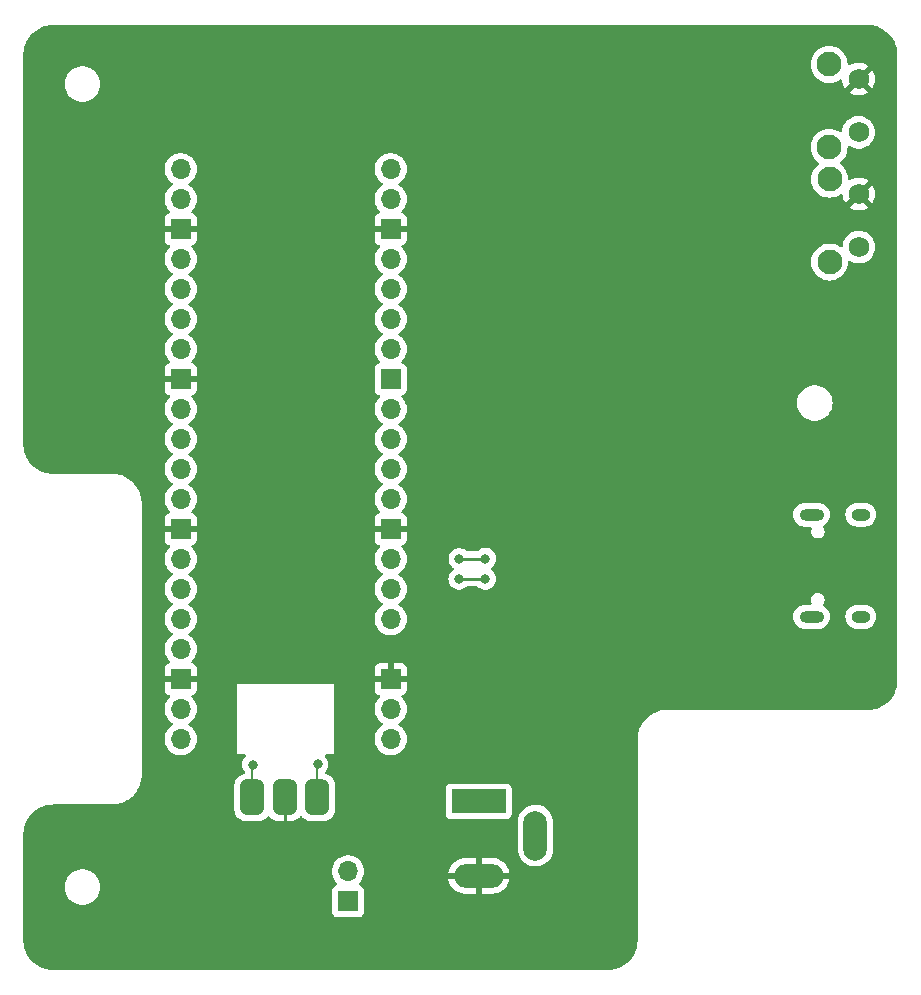
<source format=gbr>
%TF.GenerationSoftware,KiCad,Pcbnew,7.0.1*%
%TF.CreationDate,2023-06-27T14:48:06+02:00*%
%TF.ProjectId,micromirror-board-controller,6d696372-6f6d-4697-9272-6f722d626f61,rev?*%
%TF.SameCoordinates,Original*%
%TF.FileFunction,Copper,L2,Bot*%
%TF.FilePolarity,Positive*%
%FSLAX46Y46*%
G04 Gerber Fmt 4.6, Leading zero omitted, Abs format (unit mm)*
G04 Created by KiCad (PCBNEW 7.0.1) date 2023-06-27 14:48:06*
%MOMM*%
%LPD*%
G01*
G04 APERTURE LIST*
G04 Aperture macros list*
%AMRoundRect*
0 Rectangle with rounded corners*
0 $1 Rounding radius*
0 $2 $3 $4 $5 $6 $7 $8 $9 X,Y pos of 4 corners*
0 Add a 4 corners polygon primitive as box body*
4,1,4,$2,$3,$4,$5,$6,$7,$8,$9,$2,$3,0*
0 Add four circle primitives for the rounded corners*
1,1,$1+$1,$2,$3*
1,1,$1+$1,$4,$5*
1,1,$1+$1,$6,$7*
1,1,$1+$1,$8,$9*
0 Add four rect primitives between the rounded corners*
20,1,$1+$1,$2,$3,$4,$5,0*
20,1,$1+$1,$4,$5,$6,$7,0*
20,1,$1+$1,$6,$7,$8,$9,0*
20,1,$1+$1,$8,$9,$2,$3,0*%
G04 Aperture macros list end*
%TA.AperFunction,ComponentPad*%
%ADD10R,4.600000X2.000000*%
%TD*%
%TA.AperFunction,ComponentPad*%
%ADD11O,4.200000X2.000000*%
%TD*%
%TA.AperFunction,ComponentPad*%
%ADD12O,2.000000X4.200000*%
%TD*%
%TA.AperFunction,ComponentPad*%
%ADD13R,1.700000X1.700000*%
%TD*%
%TA.AperFunction,ComponentPad*%
%ADD14O,1.700000X1.700000*%
%TD*%
%TA.AperFunction,ComponentPad*%
%ADD15C,2.100000*%
%TD*%
%TA.AperFunction,ComponentPad*%
%ADD16C,1.750000*%
%TD*%
%TA.AperFunction,ComponentPad*%
%ADD17O,2.100000X1.000000*%
%TD*%
%TA.AperFunction,ComponentPad*%
%ADD18O,1.600000X1.000000*%
%TD*%
%TA.AperFunction,SMDPad,CuDef*%
%ADD19RoundRect,0.500000X0.500000X-1.000000X0.500000X1.000000X-0.500000X1.000000X-0.500000X-1.000000X0*%
%TD*%
%TA.AperFunction,ViaPad*%
%ADD20C,0.800000*%
%TD*%
%TA.AperFunction,Conductor*%
%ADD21C,0.250000*%
%TD*%
%TA.AperFunction,Conductor*%
%ADD22C,0.200000*%
%TD*%
G04 APERTURE END LIST*
D10*
%TO.P,J1,1,+12V*%
%TO.N,/+12V*%
X154100000Y-123150000D03*
D11*
%TO.P,J1,2,bGND*%
%TO.N,GND*%
X154100000Y-129450000D03*
D12*
%TO.P,J1,3*%
%TO.N,N/C*%
X158900000Y-126050000D03*
%TD*%
D13*
%TO.P,J5,1,Pin_1*%
%TO.N,/RX*%
X143035000Y-131605000D03*
D14*
%TO.P,J5,2,Pin_2*%
%TO.N,/TX*%
X143035000Y-129065000D03*
%TD*%
D15*
%TO.P,SW1,*%
%TO.N,*%
X183797500Y-70475000D03*
X183797500Y-77485000D03*
D16*
%TO.P,SW1,1,1*%
%TO.N,GND*%
X186287500Y-71725000D03*
%TO.P,SW1,2,2*%
%TO.N,Switch B*%
X186287500Y-76225000D03*
%TD*%
D15*
%TO.P,SW2,*%
%TO.N,*%
X183760000Y-60750000D03*
X183760000Y-67760000D03*
D16*
%TO.P,SW2,1,1*%
%TO.N,GND*%
X186250000Y-62000000D03*
%TO.P,SW2,2,2*%
%TO.N,Switch A*%
X186250000Y-66500000D03*
%TD*%
D14*
%TO.P,U1,1,GPIO0*%
%TO.N,/TX*%
X146640000Y-117880000D03*
%TO.P,U1,2,GPIO1*%
%TO.N,/RX*%
X146640000Y-115340000D03*
D13*
%TO.P,U1,3,GND*%
%TO.N,GND*%
X146640000Y-112800000D03*
D14*
%TO.P,U1,5,GPIO3*%
%TO.N,unconnected-(U1-GPIO3-Pad5)*%
X146640000Y-107720000D03*
%TO.P,U1,6,GPIO4*%
%TO.N,Switch B*%
X146640000Y-105180000D03*
%TO.P,U1,7,GPIO5*%
%TO.N,Switch A*%
X146640000Y-102640000D03*
D13*
%TO.P,U1,8,GND*%
%TO.N,GND*%
X146640000Y-100100000D03*
D14*
%TO.P,U1,9,GPIO6*%
%TO.N,/SDA*%
X146640000Y-97560000D03*
%TO.P,U1,10,GPIO7*%
%TO.N,/SCL*%
X146640000Y-95020000D03*
%TO.P,U1,11,GPIO8*%
%TO.N,/P7*%
X146640000Y-92480000D03*
%TO.P,U1,12,GPIO9*%
%TO.N,/P6*%
X146640000Y-89940000D03*
D13*
%TO.P,U1,13,GND*%
%TO.N,unconnected-(U1-GND-Pad13)*%
X146640000Y-87400000D03*
D14*
%TO.P,U1,14,GPIO10*%
%TO.N,/P5*%
X146640000Y-84860000D03*
%TO.P,U1,15,GPIO11*%
%TO.N,/P4*%
X146640000Y-82320000D03*
%TO.P,U1,16,GPIO12*%
%TO.N,/P3*%
X146640000Y-79780000D03*
%TO.P,U1,17,GPIO13*%
%TO.N,/P2*%
X146640000Y-77240000D03*
D13*
%TO.P,U1,18,GND*%
%TO.N,GND*%
X146640000Y-74700000D03*
D14*
%TO.P,U1,19,GPIO14*%
%TO.N,/P1*%
X146640000Y-72160000D03*
%TO.P,U1,20,GPIO15*%
%TO.N,/P0*%
X146640000Y-69620000D03*
%TO.P,U1,21,GPIO16*%
%TO.N,/PCLK*%
X128860000Y-69620000D03*
%TO.P,U1,22,GPIO17*%
%TO.N,/Vsync*%
X128860000Y-72160000D03*
D13*
%TO.P,U1,23,GND*%
%TO.N,GND*%
X128860000Y-74700000D03*
D14*
%TO.P,U1,24,GPIO18*%
%TO.N,/DATAEN_CMD*%
X128860000Y-77240000D03*
%TO.P,U1,25,GPIO19*%
%TO.N,/Hsync*%
X128860000Y-79780000D03*
%TO.P,U1,26,GPIO20*%
%TO.N,/GPIO 9*%
X128860000Y-82320000D03*
%TO.P,U1,27,GPIO21*%
%TO.N,/HOST_IRQ*%
X128860000Y-84860000D03*
D13*
%TO.P,U1,28,GND*%
%TO.N,GND*%
X128860000Y-87400000D03*
D14*
%TO.P,U1,29,GPIO22*%
%TO.N,/LED green*%
X128860000Y-89940000D03*
%TO.P,U1,30,RUN*%
%TO.N,unconnected-(U1-RUN-Pad30)*%
X128860000Y-92480000D03*
%TO.P,U1,31,GPIO26_ADC0*%
%TO.N,/LED red*%
X128860000Y-95020000D03*
%TO.P,U1,32,GPIO27_ADC1*%
%TO.N,unconnected-(U1-GPIO27_ADC1-Pad32)*%
X128860000Y-97560000D03*
D13*
%TO.P,U1,33,AGND*%
%TO.N,GND*%
X128860000Y-100100000D03*
D14*
%TO.P,U1,34,GPIO28_ADC2*%
%TO.N,unconnected-(U1-GPIO28_ADC2-Pad34)*%
X128860000Y-102640000D03*
%TO.P,U1,35,ADC_VREF*%
%TO.N,unconnected-(U1-ADC_VREF-Pad35)*%
X128860000Y-105180000D03*
%TO.P,U1,36,3V3*%
%TO.N,/+3.3V*%
X128860000Y-107720000D03*
%TO.P,U1,37,3V3_EN*%
%TO.N,unconnected-(U1-3V3_EN-Pad37)*%
X128860000Y-110260000D03*
D13*
%TO.P,U1,38,GND*%
%TO.N,GND*%
X128860000Y-112800000D03*
D14*
%TO.P,U1,39,VSYS*%
%TO.N,/+5V VSYS*%
X128860000Y-115340000D03*
%TO.P,U1,40,VBUS*%
%TO.N,unconnected-(U1-VBUS-Pad40)*%
X128860000Y-117880000D03*
%TD*%
D17*
%TO.P,J6,S1,SHIELD*%
%TO.N,unconnected-(J6-SHIELD-PadS1)*%
X182270000Y-107520000D03*
D18*
X186450000Y-107520000D03*
D17*
X182270000Y-98880000D03*
D18*
X186450000Y-98880000D03*
%TD*%
D19*
%TO.P,U3,1,D+*%
%TO.N,/D+*%
X140420000Y-122815000D03*
%TO.P,U3,2,GND*%
%TO.N,GND*%
X137670000Y-122815000D03*
%TO.P,U3,3,D-*%
%TO.N,/D-*%
X134920000Y-122815000D03*
%TD*%
D20*
%TO.N,GND*%
X131500000Y-65000000D03*
X126400000Y-60600000D03*
X160300000Y-67820000D03*
X135200000Y-65200000D03*
X178250000Y-74750000D03*
X134000000Y-58800000D03*
X178250000Y-69250000D03*
X169400000Y-100400000D03*
X165130000Y-76060000D03*
X161700000Y-67800000D03*
X178250000Y-72000000D03*
X175600000Y-108200000D03*
X173521811Y-85819439D03*
X118000000Y-90000000D03*
X142200000Y-65000000D03*
X181170000Y-95980000D03*
X178240000Y-66320000D03*
X129500000Y-65000000D03*
%TO.N,/D-*%
X134970000Y-120040000D03*
%TO.N,/D+*%
X140450000Y-120020000D03*
%TO.N,Switch B*%
X154650000Y-104320000D03*
X152430000Y-104320000D03*
%TO.N,Switch A*%
X152450000Y-102610000D03*
X154660000Y-102600000D03*
%TD*%
D21*
%TO.N,GND*%
X137690000Y-135290000D02*
X137800000Y-135400000D01*
X137670000Y-122815000D02*
X137690000Y-122835000D01*
X137690000Y-122835000D02*
X137690000Y-135290000D01*
D22*
%TO.N,/D-*%
X134970000Y-120040000D02*
X134920000Y-120090000D01*
X134920000Y-120090000D02*
X134920000Y-122815000D01*
%TO.N,/D+*%
X140420000Y-120050000D02*
X140420000Y-122815000D01*
X140450000Y-120020000D02*
X140420000Y-120050000D01*
D21*
%TO.N,Switch B*%
X152430000Y-104320000D02*
X154650000Y-104320000D01*
%TO.N,Switch A*%
X152450000Y-102610000D02*
X152460000Y-102600000D01*
X152460000Y-102600000D02*
X154660000Y-102600000D01*
%TD*%
%TA.AperFunction,Conductor*%
%TO.N,GND*%
G36*
X187046554Y-57412014D02*
G01*
X187143988Y-57417905D01*
X187325395Y-57429772D01*
X187333576Y-57430577D01*
X187378753Y-57436524D01*
X187384899Y-57437491D01*
X187493441Y-57457381D01*
X187495225Y-57457722D01*
X187646834Y-57487877D01*
X187654829Y-57489740D01*
X187675356Y-57495240D01*
X187680161Y-57496633D01*
X187803760Y-57535146D01*
X187806701Y-57536103D01*
X187954559Y-57586292D01*
X187965745Y-57590696D01*
X188082964Y-57643452D01*
X188098102Y-57650265D01*
X188102118Y-57652158D01*
X188239794Y-57720052D01*
X188249250Y-57725229D01*
X188300676Y-57756316D01*
X188374571Y-57800988D01*
X188379333Y-57804016D01*
X188505983Y-57888640D01*
X188513658Y-57894198D01*
X188616099Y-57974456D01*
X188629418Y-57984891D01*
X188634789Y-57989345D01*
X188748871Y-58089393D01*
X188754889Y-58095029D01*
X188858993Y-58199135D01*
X188864629Y-58205153D01*
X188964681Y-58319242D01*
X188969135Y-58324614D01*
X189059810Y-58440356D01*
X189065390Y-58448061D01*
X189149984Y-58574669D01*
X189153047Y-58579486D01*
X189228783Y-58704773D01*
X189233961Y-58714230D01*
X189301849Y-58851900D01*
X189303742Y-58855916D01*
X189363302Y-58988259D01*
X189367716Y-58999470D01*
X189417909Y-59147342D01*
X189418890Y-59150358D01*
X189457354Y-59273801D01*
X189458766Y-59278675D01*
X189464255Y-59299162D01*
X189466128Y-59307193D01*
X189496303Y-59458916D01*
X189496660Y-59460785D01*
X189516499Y-59569060D01*
X189517485Y-59575327D01*
X189523430Y-59620496D01*
X189524237Y-59628701D01*
X189535797Y-59805150D01*
X189535837Y-59805782D01*
X189542021Y-59908058D01*
X189542251Y-59915663D01*
X189542251Y-112907479D01*
X189542021Y-112915088D01*
X189536528Y-113005885D01*
X189536487Y-113006541D01*
X189524193Y-113193561D01*
X189523386Y-113201741D01*
X189517099Y-113249499D01*
X189516113Y-113255766D01*
X189497894Y-113355185D01*
X189497537Y-113357053D01*
X189466095Y-113515132D01*
X189464222Y-113523166D01*
X189457937Y-113546620D01*
X189456526Y-113551490D01*
X189420115Y-113668342D01*
X189419134Y-113671358D01*
X189367296Y-113824073D01*
X189362882Y-113835284D01*
X189304944Y-113964021D01*
X189303050Y-113968039D01*
X189233350Y-114109376D01*
X189228173Y-114118830D01*
X189154230Y-114241150D01*
X189151167Y-114245967D01*
X189064561Y-114375587D01*
X189058982Y-114383292D01*
X188970295Y-114496497D01*
X188965840Y-114501869D01*
X188863516Y-114618549D01*
X188857880Y-114624567D01*
X188756011Y-114726438D01*
X188749994Y-114732074D01*
X188633326Y-114834392D01*
X188627956Y-114838844D01*
X188514749Y-114927540D01*
X188507043Y-114933122D01*
X188377424Y-115019732D01*
X188372607Y-115022794D01*
X188250287Y-115096742D01*
X188240831Y-115101920D01*
X188099467Y-115171636D01*
X188095452Y-115173529D01*
X187966759Y-115231453D01*
X187955547Y-115235868D01*
X187802784Y-115287726D01*
X187799768Y-115288707D01*
X187682955Y-115325109D01*
X187678083Y-115326521D01*
X187654660Y-115332798D01*
X187646628Y-115334671D01*
X187488480Y-115366131D01*
X187486613Y-115366487D01*
X187387230Y-115384703D01*
X187380963Y-115385690D01*
X187333330Y-115391962D01*
X187325124Y-115392770D01*
X187128756Y-115405644D01*
X187128125Y-115405684D01*
X187047656Y-115410554D01*
X187040044Y-115410784D01*
X170018286Y-115410784D01*
X170017947Y-115410849D01*
X169891502Y-115410848D01*
X169891501Y-115410848D01*
X169591204Y-115447305D01*
X169591201Y-115447305D01*
X169591198Y-115447306D01*
X169297491Y-115519692D01*
X169251957Y-115536959D01*
X169239912Y-115540847D01*
X169238239Y-115541295D01*
X169215188Y-115550842D01*
X169211656Y-115552242D01*
X169014648Y-115626955D01*
X168956863Y-115657280D01*
X168946537Y-115662117D01*
X168935769Y-115666577D01*
X168904188Y-115684810D01*
X168899745Y-115687257D01*
X168746793Y-115767529D01*
X168678794Y-115814465D01*
X168670221Y-115819886D01*
X168652246Y-115830263D01*
X168621990Y-115853478D01*
X168616867Y-115857207D01*
X168497838Y-115939366D01*
X168422106Y-116006456D01*
X168415259Y-116012103D01*
X168392508Y-116029559D01*
X168367868Y-116054199D01*
X168362327Y-116059415D01*
X168271405Y-116139962D01*
X168190858Y-116230877D01*
X168185646Y-116236414D01*
X168161003Y-116261058D01*
X168143536Y-116283820D01*
X168137889Y-116290666D01*
X168070805Y-116366386D01*
X167988649Y-116485406D01*
X167984919Y-116490530D01*
X167961703Y-116520786D01*
X167951320Y-116538768D01*
X167945902Y-116547335D01*
X167898965Y-116615335D01*
X167818701Y-116768258D01*
X167816256Y-116772696D01*
X167798006Y-116804306D01*
X167793542Y-116815085D01*
X167788702Y-116825419D01*
X167758382Y-116883187D01*
X167683671Y-117080178D01*
X167682270Y-117083710D01*
X167672719Y-117106770D01*
X167672270Y-117108445D01*
X167668380Y-117120494D01*
X167651112Y-117166025D01*
X167578717Y-117459735D01*
X167542251Y-117760031D01*
X167542251Y-134907479D01*
X167542021Y-134915085D01*
X167541768Y-134919261D01*
X167536528Y-135005885D01*
X167536487Y-135006541D01*
X167524193Y-135193561D01*
X167523386Y-135201741D01*
X167517099Y-135249499D01*
X167516113Y-135255766D01*
X167497894Y-135355185D01*
X167497537Y-135357053D01*
X167466095Y-135515132D01*
X167464222Y-135523166D01*
X167457937Y-135546620D01*
X167456526Y-135551490D01*
X167420115Y-135668342D01*
X167419134Y-135671358D01*
X167367296Y-135824073D01*
X167362882Y-135835284D01*
X167304944Y-135964021D01*
X167303050Y-135968039D01*
X167233350Y-136109376D01*
X167228173Y-136118830D01*
X167154230Y-136241150D01*
X167151167Y-136245967D01*
X167064561Y-136375587D01*
X167058982Y-136383292D01*
X166970295Y-136496497D01*
X166965840Y-136501869D01*
X166863516Y-136618549D01*
X166857880Y-136624567D01*
X166756011Y-136726438D01*
X166749994Y-136732074D01*
X166633326Y-136834392D01*
X166627956Y-136838844D01*
X166514749Y-136927540D01*
X166507043Y-136933122D01*
X166377424Y-137019732D01*
X166372607Y-137022794D01*
X166250287Y-137096742D01*
X166240831Y-137101920D01*
X166099467Y-137171636D01*
X166095452Y-137173529D01*
X165966759Y-137231453D01*
X165955547Y-137235868D01*
X165802784Y-137287726D01*
X165799768Y-137288707D01*
X165682955Y-137325109D01*
X165678083Y-137326521D01*
X165654660Y-137332798D01*
X165646628Y-137334671D01*
X165488480Y-137366131D01*
X165486613Y-137366487D01*
X165387230Y-137384703D01*
X165380963Y-137385690D01*
X165333330Y-137391962D01*
X165325124Y-137392770D01*
X165128756Y-137405644D01*
X165128125Y-137405684D01*
X165047656Y-137410554D01*
X165040044Y-137410784D01*
X118046560Y-137410784D01*
X118038950Y-137410554D01*
X118035396Y-137410339D01*
X117946197Y-137404941D01*
X117945552Y-137404900D01*
X117760916Y-137392776D01*
X117752724Y-137391969D01*
X117704550Y-137385626D01*
X117698284Y-137384640D01*
X117596789Y-137366039D01*
X117594920Y-137365682D01*
X117439356Y-137334736D01*
X117431323Y-137332862D01*
X117407438Y-137326461D01*
X117402568Y-137325051D01*
X117331735Y-137302978D01*
X117284449Y-137288242D01*
X117281450Y-137287266D01*
X117130285Y-137235951D01*
X117119075Y-137231537D01*
X116989209Y-137173089D01*
X116985192Y-137171196D01*
X116845009Y-137102064D01*
X116835554Y-137096887D01*
X116712274Y-137022362D01*
X116707471Y-137019307D01*
X116578799Y-136933332D01*
X116571105Y-136927759D01*
X116457100Y-136838442D01*
X116451729Y-136833989D01*
X116335878Y-136732392D01*
X116329860Y-136726756D01*
X116278562Y-136675459D01*
X116227258Y-136624155D01*
X116221652Y-136618170D01*
X116120017Y-136502280D01*
X116115592Y-136496942D01*
X116026263Y-136382924D01*
X116020683Y-136375221D01*
X115934704Y-136246548D01*
X115931664Y-136241767D01*
X115857128Y-136118474D01*
X115851951Y-136109019D01*
X115782812Y-135968828D01*
X115780934Y-135964844D01*
X115722470Y-135834948D01*
X115718068Y-135823770D01*
X115666748Y-135672599D01*
X115665777Y-135669614D01*
X115628947Y-135551429D01*
X115627547Y-135546599D01*
X115621132Y-135522660D01*
X115619267Y-135514660D01*
X115615934Y-135497906D01*
X115588319Y-135359094D01*
X115588003Y-135357437D01*
X115569358Y-135255715D01*
X115568380Y-135249499D01*
X115562040Y-135201359D01*
X115561235Y-135193176D01*
X115548954Y-135005885D01*
X115548784Y-135003296D01*
X115543480Y-134915673D01*
X115543251Y-134908063D01*
X115543251Y-130411284D01*
X119037108Y-130411284D01*
X119057643Y-130659105D01*
X119057643Y-130659108D01*
X119057644Y-130659109D01*
X119118686Y-130900160D01*
X119218579Y-131127894D01*
X119354584Y-131336066D01*
X119354587Y-131336069D01*
X119523007Y-131519022D01*
X119719242Y-131671758D01*
X119937941Y-131790112D01*
X120173137Y-131870855D01*
X120418416Y-131911784D01*
X120667083Y-131911784D01*
X120667086Y-131911784D01*
X120912365Y-131870855D01*
X121147561Y-131790112D01*
X121366260Y-131671758D01*
X121562495Y-131519022D01*
X121730915Y-131336069D01*
X121866924Y-131127891D01*
X121966814Y-130900165D01*
X122027859Y-130659105D01*
X122048394Y-130411284D01*
X122027859Y-130163463D01*
X121966814Y-129922403D01*
X121866924Y-129694677D01*
X121866923Y-129694675D01*
X121866922Y-129694673D01*
X121730917Y-129486501D01*
X121562495Y-129303546D01*
X121424319Y-129195999D01*
X121366260Y-129150810D01*
X121207697Y-129065000D01*
X141671844Y-129065000D01*
X141690436Y-129289368D01*
X141690436Y-129289371D01*
X141690437Y-129289372D01*
X141745702Y-129507611D01*
X141836139Y-129713790D01*
X141959278Y-129902268D01*
X142102475Y-130057820D01*
X142131712Y-130111424D01*
X142132315Y-130172480D01*
X142104141Y-130226650D01*
X142053808Y-130261213D01*
X142027972Y-130270849D01*
X141938793Y-130304111D01*
X141821738Y-130391738D01*
X141734111Y-130508794D01*
X141683011Y-130645799D01*
X141676500Y-130706362D01*
X141676500Y-132503638D01*
X141683011Y-132564200D01*
X141734111Y-132701205D01*
X141821738Y-132818261D01*
X141938794Y-132905888D01*
X141938795Y-132905888D01*
X141938796Y-132905889D01*
X142075799Y-132956989D01*
X142136362Y-132963500D01*
X143933638Y-132963500D01*
X143994201Y-132956989D01*
X144131204Y-132905889D01*
X144248261Y-132818261D01*
X144335889Y-132701204D01*
X144386989Y-132564201D01*
X144393500Y-132503638D01*
X144393500Y-130706362D01*
X144386989Y-130645799D01*
X144335889Y-130508796D01*
X144327826Y-130498025D01*
X144248261Y-130391738D01*
X144131205Y-130304111D01*
X144069670Y-130281159D01*
X144016191Y-130261213D01*
X143965858Y-130226650D01*
X143937684Y-130172480D01*
X143938287Y-130111424D01*
X143967522Y-130057822D01*
X144110722Y-129902268D01*
X144233860Y-129713791D01*
X144238155Y-129704000D01*
X151511765Y-129704000D01*
X151517669Y-129752621D01*
X151585407Y-129986481D01*
X151689785Y-130206453D01*
X151828097Y-130406832D01*
X151996753Y-130582421D01*
X152191403Y-130728692D01*
X152406994Y-130841843D01*
X152637938Y-130918944D01*
X152878259Y-130958000D01*
X153846000Y-130958000D01*
X153846000Y-129704000D01*
X154354000Y-129704000D01*
X154354000Y-130958000D01*
X155260776Y-130958000D01*
X155442682Y-130943314D01*
X155679089Y-130885045D01*
X155903084Y-130789610D01*
X156108865Y-130659484D01*
X156291113Y-130498025D01*
X156445096Y-130309429D01*
X156566835Y-130098572D01*
X156653173Y-129870919D01*
X156687250Y-129704000D01*
X154354000Y-129704000D01*
X153846000Y-129704000D01*
X151511765Y-129704000D01*
X144238155Y-129704000D01*
X144324296Y-129507616D01*
X144379564Y-129289368D01*
X144387301Y-129196000D01*
X151512749Y-129196000D01*
X153846000Y-129196000D01*
X153846000Y-127942000D01*
X154354000Y-127942000D01*
X154354000Y-129196000D01*
X156688234Y-129196000D01*
X156688234Y-129195999D01*
X156682330Y-129147378D01*
X156614592Y-128913518D01*
X156510214Y-128693546D01*
X156371902Y-128493167D01*
X156203246Y-128317578D01*
X156008596Y-128171307D01*
X155793005Y-128058156D01*
X155562061Y-127981055D01*
X155321741Y-127942000D01*
X154354000Y-127942000D01*
X153846000Y-127942000D01*
X152939224Y-127942000D01*
X152757317Y-127956685D01*
X152520910Y-128014954D01*
X152296915Y-128110389D01*
X152091134Y-128240515D01*
X151908886Y-128401974D01*
X151754903Y-128590570D01*
X151633164Y-128801427D01*
X151546826Y-129029080D01*
X151512749Y-129196000D01*
X144387301Y-129196000D01*
X144398156Y-129065000D01*
X144379564Y-128840632D01*
X144324296Y-128622384D01*
X144233860Y-128416209D01*
X144110722Y-128227732D01*
X143958240Y-128062094D01*
X143958239Y-128062093D01*
X143958237Y-128062091D01*
X143780578Y-127923812D01*
X143582573Y-127816657D01*
X143438427Y-127767172D01*
X143369635Y-127743556D01*
X143147569Y-127706500D01*
X142922431Y-127706500D01*
X142700365Y-127743556D01*
X142700362Y-127743556D01*
X142700362Y-127743557D01*
X142487426Y-127816657D01*
X142289421Y-127923812D01*
X142111762Y-128062091D01*
X141959278Y-128227731D01*
X141836139Y-128416209D01*
X141745702Y-128622388D01*
X141727683Y-128693546D01*
X141690436Y-128840632D01*
X141671844Y-129065000D01*
X121207697Y-129065000D01*
X121147561Y-129032456D01*
X121147560Y-129032455D01*
X121147557Y-129032454D01*
X120929711Y-128957668D01*
X120912365Y-128951713D01*
X120667086Y-128910784D01*
X120418416Y-128910784D01*
X120173137Y-128951713D01*
X120173134Y-128951713D01*
X120173134Y-128951714D01*
X119937944Y-129032454D01*
X119719240Y-129150811D01*
X119523006Y-129303546D01*
X119354584Y-129486501D01*
X119218579Y-129694673D01*
X119118686Y-129922407D01*
X119070821Y-130111424D01*
X119057643Y-130163463D01*
X119037108Y-130411284D01*
X115543251Y-130411284D01*
X115543251Y-127210802D01*
X157391500Y-127210802D01*
X157406189Y-127392762D01*
X157464478Y-127629251D01*
X157559944Y-127853316D01*
X157690117Y-128059169D01*
X157850775Y-128240515D01*
X157851625Y-128241474D01*
X158040286Y-128395510D01*
X158251213Y-128517289D01*
X158478943Y-128603656D01*
X158717579Y-128652374D01*
X158960939Y-128662181D01*
X159202720Y-128632823D01*
X159436662Y-128565061D01*
X159656704Y-128460650D01*
X159857148Y-128322293D01*
X160032802Y-128153575D01*
X160179117Y-127958865D01*
X160292304Y-127743205D01*
X160369431Y-127512182D01*
X160388839Y-127392762D01*
X160408500Y-127271781D01*
X160408500Y-124889198D01*
X160393810Y-124707237D01*
X160393810Y-124707232D01*
X160335523Y-124470752D01*
X160240056Y-124246684D01*
X160143959Y-124094719D01*
X160109882Y-124040830D01*
X159948376Y-123858527D01*
X159759714Y-123704490D01*
X159548789Y-123582712D01*
X159548788Y-123582711D01*
X159548787Y-123582711D01*
X159321057Y-123496344D01*
X159082421Y-123447626D01*
X158839060Y-123437819D01*
X158839058Y-123437819D01*
X158597279Y-123467177D01*
X158415973Y-123519693D01*
X158363338Y-123534939D01*
X158295441Y-123567156D01*
X158143294Y-123639350D01*
X157942849Y-123777708D01*
X157767202Y-123946420D01*
X157767198Y-123946424D01*
X157767198Y-123946425D01*
X157696257Y-124040830D01*
X157620880Y-124141139D01*
X157507697Y-124356791D01*
X157430567Y-124587821D01*
X157391500Y-124828219D01*
X157391500Y-127210802D01*
X115543251Y-127210802D01*
X115543251Y-125915090D01*
X115543481Y-125907483D01*
X115543780Y-125902533D01*
X115549502Y-125807939D01*
X115561191Y-125629060D01*
X115561997Y-125620866D01*
X115567994Y-125575316D01*
X115568969Y-125569125D01*
X115589248Y-125458467D01*
X115589563Y-125456821D01*
X115619233Y-125307670D01*
X115621104Y-125299648D01*
X115626721Y-125278684D01*
X115628095Y-125273941D01*
X115667014Y-125149048D01*
X115667957Y-125146150D01*
X115717643Y-124999783D01*
X115722039Y-124988619D01*
X115782162Y-124855033D01*
X115784027Y-124851081D01*
X115851342Y-124714583D01*
X115856501Y-124705158D01*
X115932860Y-124578850D01*
X115935900Y-124574070D01*
X115964537Y-124531212D01*
X116019854Y-124448425D01*
X116025400Y-124440768D01*
X116116767Y-124324150D01*
X116121198Y-124318806D01*
X116173473Y-124259200D01*
X116220525Y-124205547D01*
X116226142Y-124199551D01*
X116331002Y-124094693D01*
X116336994Y-124089082D01*
X116450278Y-123989737D01*
X116455590Y-123985332D01*
X116572220Y-123893961D01*
X116579855Y-123888432D01*
X116615598Y-123864550D01*
X133411500Y-123864550D01*
X133426091Y-124012701D01*
X133483758Y-124202802D01*
X133577406Y-124378007D01*
X133703431Y-124531568D01*
X133856992Y-124657593D01*
X133856996Y-124657595D01*
X134032196Y-124751241D01*
X134127247Y-124780074D01*
X134222298Y-124808908D01*
X134243009Y-124810947D01*
X134370453Y-124823500D01*
X135469546Y-124823499D01*
X135469550Y-124823499D01*
X135617701Y-124808908D01*
X135619326Y-124808415D01*
X135807804Y-124751241D01*
X135983004Y-124657595D01*
X135983005Y-124657593D01*
X135983007Y-124657593D01*
X136136565Y-124531571D01*
X136136566Y-124531569D01*
X136136568Y-124531568D01*
X136197925Y-124456803D01*
X136241452Y-124422836D01*
X136295324Y-124410738D01*
X136349196Y-124422835D01*
X136392724Y-124456805D01*
X136453787Y-124531212D01*
X136607276Y-124657176D01*
X136782390Y-124750776D01*
X136972396Y-124808415D01*
X137120479Y-124823000D01*
X138219521Y-124823000D01*
X138367603Y-124808415D01*
X138557609Y-124750776D01*
X138732723Y-124657176D01*
X138886214Y-124531210D01*
X138947275Y-124456806D01*
X138990802Y-124422836D01*
X139044674Y-124410738D01*
X139098547Y-124422835D01*
X139142074Y-124456804D01*
X139203433Y-124531570D01*
X139356992Y-124657593D01*
X139356996Y-124657595D01*
X139532196Y-124751241D01*
X139627247Y-124780074D01*
X139722298Y-124808908D01*
X139743009Y-124810947D01*
X139870453Y-124823500D01*
X140969546Y-124823499D01*
X140969550Y-124823499D01*
X141117701Y-124808908D01*
X141119326Y-124808415D01*
X141307804Y-124751241D01*
X141483004Y-124657595D01*
X141483005Y-124657593D01*
X141483007Y-124657593D01*
X141636568Y-124531568D01*
X141762593Y-124378007D01*
X141762595Y-124378004D01*
X141856241Y-124202804D01*
X141857505Y-124198638D01*
X151291500Y-124198638D01*
X151298011Y-124259200D01*
X151349111Y-124396205D01*
X151436738Y-124513261D01*
X151553794Y-124600888D01*
X151553795Y-124600888D01*
X151553796Y-124600889D01*
X151690799Y-124651989D01*
X151751362Y-124658500D01*
X156448638Y-124658500D01*
X156509201Y-124651989D01*
X156646204Y-124600889D01*
X156763261Y-124513261D01*
X156850889Y-124396204D01*
X156901989Y-124259201D01*
X156908500Y-124198638D01*
X156908500Y-122101362D01*
X156901989Y-122040799D01*
X156850889Y-121903796D01*
X156850888Y-121903794D01*
X156763261Y-121786738D01*
X156646205Y-121699111D01*
X156532124Y-121656561D01*
X156509201Y-121648011D01*
X156448638Y-121641500D01*
X151751362Y-121641500D01*
X151690799Y-121648011D01*
X151553794Y-121699111D01*
X151436738Y-121786738D01*
X151349111Y-121903794D01*
X151298011Y-122040799D01*
X151291500Y-122101362D01*
X151291500Y-124198638D01*
X141857505Y-124198638D01*
X141913908Y-124012701D01*
X141928500Y-123864547D01*
X141928499Y-121765454D01*
X141925466Y-121734662D01*
X141913908Y-121617298D01*
X141856241Y-121427197D01*
X141856241Y-121427196D01*
X141762595Y-121251996D01*
X141762593Y-121251992D01*
X141636568Y-121098431D01*
X141483007Y-120972406D01*
X141368654Y-120911284D01*
X141307804Y-120878759D01*
X141307801Y-120878758D01*
X141176640Y-120838970D01*
X141123105Y-120806465D01*
X141091835Y-120752199D01*
X141090555Y-120689582D01*
X141119578Y-120634089D01*
X141189040Y-120556944D01*
X141284527Y-120391556D01*
X141343542Y-120209928D01*
X141363504Y-120020000D01*
X141343542Y-119830072D01*
X141312931Y-119735862D01*
X141284527Y-119648443D01*
X141189041Y-119483057D01*
X141087974Y-119370811D01*
X141060252Y-119320384D01*
X141057842Y-119262890D01*
X141081247Y-119210321D01*
X141125586Y-119173640D01*
X141181610Y-119160500D01*
X141814842Y-119160500D01*
X141814985Y-119160528D01*
X141814986Y-119160524D01*
X141839997Y-119160539D01*
X141840000Y-119160541D01*
X141840383Y-119160383D01*
X141840500Y-119160099D01*
X141840541Y-119160000D01*
X141840541Y-119135048D01*
X141840500Y-119134842D01*
X141840500Y-117880000D01*
X145276844Y-117880000D01*
X145295436Y-118104368D01*
X145295436Y-118104371D01*
X145295437Y-118104372D01*
X145350702Y-118322611D01*
X145441139Y-118528790D01*
X145564278Y-118717268D01*
X145716762Y-118882908D01*
X145894421Y-119021187D01*
X145894424Y-119021189D01*
X146092426Y-119128342D01*
X146305365Y-119201444D01*
X146527431Y-119238500D01*
X146752566Y-119238500D01*
X146752569Y-119238500D01*
X146974635Y-119201444D01*
X147187574Y-119128342D01*
X147385576Y-119021189D01*
X147563240Y-118882906D01*
X147715722Y-118717268D01*
X147838860Y-118528791D01*
X147929296Y-118322616D01*
X147984564Y-118104368D01*
X148003156Y-117880000D01*
X147984564Y-117655632D01*
X147929296Y-117437384D01*
X147838860Y-117231209D01*
X147715722Y-117042732D01*
X147563240Y-116877094D01*
X147563239Y-116877093D01*
X147563237Y-116877091D01*
X147385578Y-116738812D01*
X147352317Y-116720812D01*
X147304046Y-116674495D01*
X147286288Y-116609997D01*
X147304049Y-116545499D01*
X147352317Y-116499187D01*
X147385576Y-116481189D01*
X147563240Y-116342906D01*
X147715722Y-116177268D01*
X147838860Y-115988791D01*
X147929296Y-115782616D01*
X147984564Y-115564368D01*
X148003156Y-115340000D01*
X147984564Y-115115632D01*
X147929296Y-114897384D01*
X147838860Y-114691209D01*
X147715722Y-114502732D01*
X147572157Y-114346780D01*
X147542921Y-114293178D01*
X147542318Y-114232122D01*
X147570493Y-114177951D01*
X147620827Y-114143388D01*
X147735963Y-114100445D01*
X147852904Y-114012904D01*
X147940445Y-113895962D01*
X147991494Y-113759093D01*
X147998000Y-113698589D01*
X147998000Y-113054000D01*
X145282000Y-113054000D01*
X145282000Y-113698589D01*
X145288505Y-113759093D01*
X145339554Y-113895962D01*
X145427095Y-114012904D01*
X145544037Y-114100445D01*
X145659172Y-114143388D01*
X145709506Y-114177952D01*
X145737681Y-114232122D01*
X145737078Y-114293178D01*
X145707841Y-114346782D01*
X145564278Y-114502731D01*
X145441139Y-114691209D01*
X145350702Y-114897388D01*
X145298908Y-115101920D01*
X145295436Y-115115632D01*
X145276844Y-115340000D01*
X145295436Y-115564368D01*
X145295436Y-115564371D01*
X145295437Y-115564372D01*
X145350702Y-115782611D01*
X145441139Y-115988790D01*
X145564278Y-116177268D01*
X145716762Y-116342908D01*
X145818611Y-116422181D01*
X145894424Y-116481189D01*
X145927682Y-116499187D01*
X145975951Y-116545500D01*
X145993711Y-116609997D01*
X145975953Y-116674494D01*
X145927683Y-116720811D01*
X145894423Y-116738810D01*
X145716762Y-116877091D01*
X145564278Y-117042731D01*
X145441139Y-117231209D01*
X145350702Y-117437388D01*
X145306990Y-117610006D01*
X145295436Y-117655632D01*
X145276844Y-117880000D01*
X141840500Y-117880000D01*
X141840500Y-113225158D01*
X141840528Y-113225014D01*
X141840524Y-113225014D01*
X141840539Y-113200002D01*
X141840541Y-113200000D01*
X141840383Y-113199617D01*
X141840381Y-113199616D01*
X141840380Y-113199615D01*
X141840305Y-113199584D01*
X141840096Y-113199498D01*
X141840002Y-113199459D01*
X141815048Y-113199459D01*
X141814842Y-113199500D01*
X133665158Y-113199500D01*
X133664952Y-113199459D01*
X133639998Y-113199459D01*
X133639901Y-113199499D01*
X133639696Y-113199584D01*
X133639618Y-113199615D01*
X133639617Y-113199617D01*
X133639459Y-113200000D01*
X133639476Y-113225014D01*
X133639471Y-113225014D01*
X133639500Y-113225158D01*
X133639500Y-119134842D01*
X133639459Y-119135048D01*
X133639459Y-119160000D01*
X133639500Y-119160099D01*
X133639617Y-119160383D01*
X133640000Y-119160541D01*
X133640002Y-119160539D01*
X133665014Y-119160524D01*
X133665014Y-119160528D01*
X133665158Y-119160500D01*
X134256398Y-119160500D01*
X134312422Y-119173640D01*
X134356761Y-119210321D01*
X134380166Y-119262890D01*
X134377756Y-119320384D01*
X134350034Y-119370811D01*
X134230958Y-119503057D01*
X134135472Y-119668443D01*
X134076458Y-119850070D01*
X134056496Y-120039999D01*
X134076458Y-120229929D01*
X134135472Y-120411556D01*
X134230958Y-120576942D01*
X134269111Y-120619315D01*
X134298136Y-120674813D01*
X134296856Y-120737430D01*
X134265585Y-120791695D01*
X134212051Y-120824200D01*
X134032197Y-120878758D01*
X133856992Y-120972406D01*
X133703431Y-121098431D01*
X133577406Y-121251992D01*
X133483758Y-121427197D01*
X133426091Y-121617298D01*
X133411500Y-121765450D01*
X133411500Y-123864550D01*
X116615598Y-123864550D01*
X116705549Y-123804449D01*
X116710279Y-123801440D01*
X116836635Y-123725058D01*
X116846029Y-123719915D01*
X116982579Y-123652580D01*
X116986500Y-123650732D01*
X117120091Y-123590609D01*
X117131240Y-123586220D01*
X117277647Y-123536524D01*
X117280389Y-123535632D01*
X117405399Y-123496680D01*
X117410148Y-123495304D01*
X117431147Y-123489678D01*
X117439162Y-123487811D01*
X117557400Y-123464294D01*
X117588172Y-123458173D01*
X117590006Y-123457823D01*
X117700582Y-123437561D01*
X117706764Y-123436588D01*
X117752486Y-123430570D01*
X117760634Y-123429768D01*
X117930326Y-123418649D01*
X118033890Y-123412386D01*
X118040057Y-123412014D01*
X118047660Y-123411784D01*
X122990494Y-123411784D01*
X122990835Y-123411851D01*
X123042751Y-123411850D01*
X123042751Y-123411851D01*
X123194005Y-123411848D01*
X123494307Y-123375378D01*
X123788023Y-123302978D01*
X123835875Y-123284829D01*
X123846755Y-123281319D01*
X123847197Y-123281136D01*
X123862673Y-123274724D01*
X123866041Y-123273387D01*
X124070872Y-123195702D01*
X124131093Y-123164093D01*
X124141405Y-123159264D01*
X124149637Y-123155855D01*
X124175921Y-123140678D01*
X124180276Y-123138279D01*
X124338727Y-123055115D01*
X124409305Y-123006396D01*
X124417814Y-123001017D01*
X124433138Y-122992170D01*
X124459508Y-122971934D01*
X124464537Y-122968272D01*
X124587684Y-122883268D01*
X124666073Y-122813818D01*
X124672882Y-122808202D01*
X124692849Y-122792881D01*
X124714600Y-122771128D01*
X124720054Y-122765994D01*
X124814112Y-122682664D01*
X124897425Y-122588620D01*
X124902584Y-122583138D01*
X124924325Y-122561398D01*
X124939633Y-122541446D01*
X124945274Y-122534609D01*
X124951883Y-122527147D01*
X125014709Y-122456231D01*
X125099729Y-122333054D01*
X125103370Y-122328055D01*
X125123607Y-122301682D01*
X125132444Y-122286375D01*
X125137846Y-122277831D01*
X125186550Y-122207270D01*
X125269721Y-122048796D01*
X125272094Y-122044487D01*
X125287285Y-122018177D01*
X125290698Y-122009935D01*
X125295522Y-121999635D01*
X125327130Y-121939411D01*
X125404809Y-121734579D01*
X125406141Y-121731223D01*
X125412557Y-121715734D01*
X125412559Y-121715724D01*
X125412740Y-121715289D01*
X125416249Y-121704415D01*
X125434398Y-121656559D01*
X125506791Y-121362841D01*
X125543252Y-121062538D01*
X125543251Y-120911284D01*
X125543251Y-120910784D01*
X125543251Y-117880000D01*
X127496844Y-117880000D01*
X127515436Y-118104368D01*
X127515436Y-118104371D01*
X127515437Y-118104372D01*
X127570702Y-118322611D01*
X127661139Y-118528790D01*
X127784278Y-118717268D01*
X127936762Y-118882908D01*
X128114421Y-119021187D01*
X128114424Y-119021189D01*
X128312426Y-119128342D01*
X128525365Y-119201444D01*
X128747431Y-119238500D01*
X128972566Y-119238500D01*
X128972569Y-119238500D01*
X129194635Y-119201444D01*
X129407574Y-119128342D01*
X129605576Y-119021189D01*
X129783240Y-118882906D01*
X129935722Y-118717268D01*
X130058860Y-118528791D01*
X130149296Y-118322616D01*
X130204564Y-118104368D01*
X130223156Y-117880000D01*
X130204564Y-117655632D01*
X130149296Y-117437384D01*
X130058860Y-117231209D01*
X129935722Y-117042732D01*
X129783240Y-116877094D01*
X129783239Y-116877093D01*
X129783237Y-116877091D01*
X129605578Y-116738812D01*
X129572317Y-116720812D01*
X129524046Y-116674495D01*
X129506288Y-116609997D01*
X129524049Y-116545499D01*
X129572317Y-116499187D01*
X129605576Y-116481189D01*
X129783240Y-116342906D01*
X129935722Y-116177268D01*
X130058860Y-115988791D01*
X130149296Y-115782616D01*
X130204564Y-115564368D01*
X130223156Y-115340000D01*
X130204564Y-115115632D01*
X130149296Y-114897384D01*
X130058860Y-114691209D01*
X129935722Y-114502732D01*
X129792157Y-114346780D01*
X129762921Y-114293178D01*
X129762318Y-114232122D01*
X129790493Y-114177951D01*
X129840827Y-114143388D01*
X129955963Y-114100445D01*
X130072904Y-114012904D01*
X130160445Y-113895962D01*
X130211494Y-113759093D01*
X130218000Y-113698589D01*
X130218000Y-113054000D01*
X127502000Y-113054000D01*
X127502000Y-113698589D01*
X127508505Y-113759093D01*
X127559554Y-113895962D01*
X127647095Y-114012904D01*
X127764037Y-114100445D01*
X127879172Y-114143388D01*
X127929506Y-114177952D01*
X127957681Y-114232122D01*
X127957078Y-114293178D01*
X127927841Y-114346782D01*
X127784278Y-114502731D01*
X127661139Y-114691209D01*
X127570702Y-114897388D01*
X127518908Y-115101920D01*
X127515436Y-115115632D01*
X127496844Y-115340000D01*
X127515436Y-115564368D01*
X127515436Y-115564371D01*
X127515437Y-115564372D01*
X127570702Y-115782611D01*
X127661139Y-115988790D01*
X127784278Y-116177268D01*
X127936762Y-116342908D01*
X128038611Y-116422181D01*
X128114424Y-116481189D01*
X128147682Y-116499187D01*
X128195951Y-116545500D01*
X128213711Y-116609997D01*
X128195953Y-116674494D01*
X128147683Y-116720811D01*
X128114423Y-116738810D01*
X127936762Y-116877091D01*
X127784278Y-117042731D01*
X127661139Y-117231209D01*
X127570702Y-117437388D01*
X127526990Y-117610006D01*
X127515436Y-117655632D01*
X127496844Y-117880000D01*
X125543251Y-117880000D01*
X125543251Y-110260000D01*
X127496844Y-110260000D01*
X127515436Y-110484368D01*
X127515436Y-110484371D01*
X127515437Y-110484372D01*
X127570702Y-110702611D01*
X127661139Y-110908790D01*
X127784278Y-111097268D01*
X127927841Y-111253217D01*
X127957078Y-111306821D01*
X127957681Y-111367877D01*
X127929507Y-111422047D01*
X127879173Y-111456611D01*
X127764036Y-111499554D01*
X127647095Y-111587095D01*
X127559554Y-111704037D01*
X127508505Y-111840906D01*
X127502000Y-111901411D01*
X127502000Y-112546000D01*
X130218000Y-112546000D01*
X145282000Y-112546000D01*
X146386000Y-112546000D01*
X146386000Y-111442000D01*
X146894000Y-111442000D01*
X146894000Y-112546000D01*
X147998000Y-112546000D01*
X147998000Y-111901411D01*
X147991494Y-111840906D01*
X147940445Y-111704037D01*
X147852904Y-111587095D01*
X147735962Y-111499554D01*
X147599093Y-111448505D01*
X147538589Y-111442000D01*
X146894000Y-111442000D01*
X146386000Y-111442000D01*
X145741411Y-111442000D01*
X145680906Y-111448505D01*
X145544037Y-111499554D01*
X145427095Y-111587095D01*
X145339554Y-111704037D01*
X145288505Y-111840906D01*
X145282000Y-111901411D01*
X145282000Y-112546000D01*
X130218000Y-112546000D01*
X130218000Y-111901411D01*
X130211494Y-111840906D01*
X130160445Y-111704037D01*
X130072904Y-111587095D01*
X129955962Y-111499554D01*
X129840827Y-111456611D01*
X129790492Y-111422047D01*
X129762318Y-111367877D01*
X129762921Y-111306821D01*
X129792155Y-111253220D01*
X129935722Y-111097268D01*
X130058860Y-110908791D01*
X130149296Y-110702616D01*
X130204564Y-110484368D01*
X130223156Y-110260000D01*
X130204564Y-110035632D01*
X130149296Y-109817384D01*
X130058860Y-109611209D01*
X129935722Y-109422732D01*
X129783240Y-109257094D01*
X129783239Y-109257093D01*
X129783237Y-109257091D01*
X129605579Y-109118813D01*
X129605577Y-109118812D01*
X129605576Y-109118811D01*
X129572317Y-109100812D01*
X129524047Y-109054498D01*
X129506288Y-108990000D01*
X129524047Y-108925502D01*
X129572317Y-108879187D01*
X129605576Y-108861189D01*
X129783240Y-108722906D01*
X129935722Y-108557268D01*
X130058860Y-108368791D01*
X130149296Y-108162616D01*
X130204564Y-107944368D01*
X130223156Y-107720000D01*
X145276844Y-107720000D01*
X145295436Y-107944368D01*
X145295436Y-107944371D01*
X145295437Y-107944372D01*
X145350702Y-108162611D01*
X145441139Y-108368790D01*
X145564278Y-108557268D01*
X145716762Y-108722908D01*
X145894420Y-108861186D01*
X145894424Y-108861189D01*
X146092426Y-108968342D01*
X146305365Y-109041444D01*
X146527431Y-109078500D01*
X146752566Y-109078500D01*
X146752569Y-109078500D01*
X146974635Y-109041444D01*
X147187574Y-108968342D01*
X147385576Y-108861189D01*
X147563240Y-108722906D01*
X147715722Y-108557268D01*
X147838860Y-108368791D01*
X147929296Y-108162616D01*
X147984564Y-107944368D01*
X148003156Y-107720000D01*
X147986583Y-107520000D01*
X180706619Y-107520000D01*
X180726091Y-107717701D01*
X180783758Y-107907802D01*
X180877406Y-108083007D01*
X181003431Y-108236568D01*
X181156992Y-108362593D01*
X181156996Y-108362595D01*
X181332196Y-108456241D01*
X181427247Y-108485074D01*
X181522298Y-108513908D01*
X181670450Y-108528500D01*
X181670453Y-108528500D01*
X182869547Y-108528500D01*
X182869550Y-108528500D01*
X183017701Y-108513908D01*
X183017700Y-108513908D01*
X183207804Y-108456241D01*
X183383004Y-108362595D01*
X183383005Y-108362593D01*
X183383007Y-108362593D01*
X183536568Y-108236568D01*
X183662593Y-108083007D01*
X183662595Y-108083004D01*
X183756241Y-107907804D01*
X183813908Y-107717701D01*
X183833380Y-107520000D01*
X185136619Y-107520000D01*
X185156091Y-107717701D01*
X185213758Y-107907802D01*
X185307406Y-108083007D01*
X185433431Y-108236568D01*
X185586992Y-108362593D01*
X185586996Y-108362595D01*
X185762196Y-108456241D01*
X185857247Y-108485074D01*
X185952298Y-108513908D01*
X186100450Y-108528500D01*
X186100453Y-108528500D01*
X186799547Y-108528500D01*
X186799550Y-108528500D01*
X186947701Y-108513908D01*
X186947700Y-108513908D01*
X187137804Y-108456241D01*
X187313004Y-108362595D01*
X187313005Y-108362593D01*
X187313007Y-108362593D01*
X187466568Y-108236568D01*
X187592593Y-108083007D01*
X187592595Y-108083004D01*
X187686241Y-107907804D01*
X187743908Y-107717701D01*
X187763380Y-107520000D01*
X187743908Y-107322299D01*
X187730284Y-107277388D01*
X187686241Y-107132197D01*
X187686241Y-107132196D01*
X187592595Y-106956996D01*
X187592593Y-106956992D01*
X187466568Y-106803431D01*
X187313007Y-106677406D01*
X187137802Y-106583758D01*
X186947701Y-106526091D01*
X186799550Y-106511500D01*
X186799547Y-106511500D01*
X186100453Y-106511500D01*
X186100450Y-106511500D01*
X185952298Y-106526091D01*
X185762197Y-106583758D01*
X185586992Y-106677406D01*
X185433431Y-106803431D01*
X185307406Y-106956992D01*
X185213758Y-107132197D01*
X185156091Y-107322298D01*
X185136619Y-107520000D01*
X183833380Y-107520000D01*
X183813908Y-107322299D01*
X183800284Y-107277388D01*
X183756241Y-107132197D01*
X183756241Y-107132196D01*
X183662595Y-106956996D01*
X183662593Y-106956992D01*
X183536568Y-106803431D01*
X183383007Y-106677406D01*
X183295322Y-106630538D01*
X183254131Y-106595299D01*
X183231558Y-106546016D01*
X183231780Y-106491808D01*
X183254754Y-106442713D01*
X183302698Y-106380233D01*
X183360687Y-106240236D01*
X183380466Y-106090000D01*
X183360687Y-105939764D01*
X183302698Y-105799767D01*
X183210451Y-105679549D01*
X183090233Y-105587302D01*
X183090232Y-105587301D01*
X182950235Y-105529312D01*
X182837720Y-105514500D01*
X182762280Y-105514500D01*
X182649764Y-105529312D01*
X182509767Y-105587301D01*
X182389549Y-105679549D01*
X182297301Y-105799767D01*
X182239312Y-105939764D01*
X182219534Y-106090000D01*
X182239312Y-106240235D01*
X182279511Y-106337282D01*
X182288495Y-106397850D01*
X182267867Y-106455502D01*
X182222498Y-106496622D01*
X182163102Y-106511500D01*
X181670450Y-106511500D01*
X181522298Y-106526091D01*
X181332197Y-106583758D01*
X181156992Y-106677406D01*
X181003431Y-106803431D01*
X180877406Y-106956992D01*
X180783758Y-107132197D01*
X180726091Y-107322298D01*
X180706619Y-107520000D01*
X147986583Y-107520000D01*
X147984564Y-107495632D01*
X147929296Y-107277384D01*
X147838860Y-107071209D01*
X147715722Y-106882732D01*
X147563240Y-106717094D01*
X147563239Y-106717093D01*
X147563237Y-106717091D01*
X147385579Y-106578813D01*
X147385577Y-106578812D01*
X147385576Y-106578811D01*
X147352317Y-106560812D01*
X147304047Y-106514498D01*
X147286288Y-106450000D01*
X147304047Y-106385502D01*
X147352317Y-106339187D01*
X147385576Y-106321189D01*
X147563240Y-106182906D01*
X147715722Y-106017268D01*
X147838860Y-105828791D01*
X147929296Y-105622616D01*
X147984564Y-105404368D01*
X148003156Y-105180000D01*
X147984564Y-104955632D01*
X147929296Y-104737384D01*
X147838860Y-104531209D01*
X147715722Y-104342732D01*
X147694796Y-104320000D01*
X151516496Y-104320000D01*
X151536458Y-104509929D01*
X151595472Y-104691556D01*
X151690958Y-104856942D01*
X151690960Y-104856944D01*
X151818747Y-104998866D01*
X151973248Y-105111118D01*
X152147712Y-105188794D01*
X152334513Y-105228500D01*
X152525485Y-105228500D01*
X152525487Y-105228500D01*
X152712288Y-105188794D01*
X152886752Y-105111118D01*
X153041253Y-104998866D01*
X153044564Y-104995188D01*
X153086952Y-104964393D01*
X153138200Y-104953500D01*
X153941800Y-104953500D01*
X153993048Y-104964393D01*
X154035435Y-104995188D01*
X154038746Y-104998866D01*
X154126893Y-105062908D01*
X154193248Y-105111118D01*
X154367712Y-105188794D01*
X154554513Y-105228500D01*
X154745485Y-105228500D01*
X154745487Y-105228500D01*
X154932288Y-105188794D01*
X155106752Y-105111118D01*
X155261253Y-104998866D01*
X155389040Y-104856944D01*
X155484527Y-104691556D01*
X155543542Y-104509928D01*
X155563504Y-104320000D01*
X155543542Y-104130072D01*
X155484527Y-103948444D01*
X155484527Y-103948443D01*
X155389041Y-103783057D01*
X155262850Y-103642908D01*
X155261253Y-103641134D01*
X155157246Y-103565568D01*
X155119040Y-103520834D01*
X155105307Y-103463632D01*
X155119040Y-103406429D01*
X155157243Y-103361699D01*
X155271253Y-103278866D01*
X155399040Y-103136944D01*
X155494527Y-102971556D01*
X155553542Y-102789928D01*
X155573504Y-102600000D01*
X155553542Y-102410072D01*
X155522931Y-102315862D01*
X155494527Y-102228443D01*
X155399041Y-102063057D01*
X155271252Y-101921133D01*
X155130517Y-101818883D01*
X155116752Y-101808882D01*
X154942288Y-101731206D01*
X154755487Y-101691500D01*
X154564513Y-101691500D01*
X154439979Y-101717970D01*
X154377711Y-101731206D01*
X154237696Y-101793544D01*
X154217064Y-101802731D01*
X154203246Y-101808883D01*
X154048746Y-101921133D01*
X154045435Y-101924812D01*
X154003048Y-101955607D01*
X153951800Y-101966500D01*
X153149196Y-101966500D01*
X153097951Y-101955608D01*
X153073006Y-101937486D01*
X153071967Y-101938918D01*
X152906753Y-101818883D01*
X152906752Y-101818882D01*
X152732288Y-101741206D01*
X152545487Y-101701500D01*
X152354513Y-101701500D01*
X152229978Y-101727970D01*
X152167711Y-101741206D01*
X152029524Y-101802731D01*
X152015709Y-101808882D01*
X151993246Y-101818883D01*
X151838747Y-101931133D01*
X151710958Y-102073057D01*
X151615472Y-102238443D01*
X151556458Y-102420070D01*
X151536496Y-102609999D01*
X151556458Y-102799929D01*
X151615472Y-102981556D01*
X151710958Y-103146942D01*
X151838747Y-103288866D01*
X151930871Y-103355798D01*
X151969077Y-103400531D01*
X151982810Y-103457734D01*
X151969077Y-103514936D01*
X151930871Y-103559670D01*
X151818748Y-103641133D01*
X151818747Y-103641134D01*
X151817150Y-103642908D01*
X151690958Y-103783057D01*
X151595472Y-103948443D01*
X151536458Y-104130070D01*
X151516496Y-104320000D01*
X147694796Y-104320000D01*
X147563240Y-104177094D01*
X147563239Y-104177093D01*
X147563237Y-104177091D01*
X147385578Y-104038812D01*
X147352317Y-104020812D01*
X147304046Y-103974495D01*
X147286288Y-103909997D01*
X147304049Y-103845499D01*
X147352317Y-103799187D01*
X147385576Y-103781189D01*
X147563240Y-103642906D01*
X147715722Y-103477268D01*
X147838860Y-103288791D01*
X147929296Y-103082616D01*
X147984564Y-102864368D01*
X148003156Y-102640000D01*
X147984564Y-102415632D01*
X147929296Y-102197384D01*
X147838860Y-101991209D01*
X147715722Y-101802732D01*
X147572157Y-101646780D01*
X147542921Y-101593178D01*
X147542318Y-101532122D01*
X147570493Y-101477951D01*
X147620827Y-101443388D01*
X147735963Y-101400445D01*
X147852904Y-101312904D01*
X147940445Y-101195962D01*
X147991494Y-101059093D01*
X147998000Y-100998589D01*
X147998000Y-100354000D01*
X145282000Y-100354000D01*
X145282000Y-100998589D01*
X145288505Y-101059093D01*
X145339554Y-101195962D01*
X145427095Y-101312904D01*
X145544037Y-101400445D01*
X145659172Y-101443388D01*
X145709506Y-101477952D01*
X145737681Y-101532122D01*
X145737078Y-101593178D01*
X145707841Y-101646782D01*
X145564278Y-101802731D01*
X145441139Y-101991209D01*
X145350702Y-102197388D01*
X145296844Y-102410070D01*
X145295436Y-102415632D01*
X145276844Y-102640000D01*
X145295436Y-102864368D01*
X145295436Y-102864371D01*
X145295437Y-102864372D01*
X145350702Y-103082611D01*
X145441139Y-103288790D01*
X145484918Y-103355798D01*
X145564278Y-103477268D01*
X145611792Y-103528882D01*
X145716762Y-103642908D01*
X145772769Y-103686500D01*
X145894424Y-103781189D01*
X145927682Y-103799187D01*
X145975951Y-103845500D01*
X145993711Y-103909997D01*
X145975953Y-103974494D01*
X145927683Y-104020811D01*
X145894423Y-104038810D01*
X145716762Y-104177091D01*
X145564278Y-104342731D01*
X145441139Y-104531209D01*
X145350702Y-104737388D01*
X145320427Y-104856944D01*
X145295436Y-104955632D01*
X145276844Y-105180000D01*
X145295436Y-105404368D01*
X145295436Y-105404371D01*
X145295437Y-105404372D01*
X145350702Y-105622611D01*
X145441139Y-105828790D01*
X145564278Y-106017268D01*
X145716762Y-106182908D01*
X145894418Y-106321185D01*
X145894420Y-106321186D01*
X145894424Y-106321189D01*
X145927682Y-106339187D01*
X145975952Y-106385503D01*
X145993711Y-106450000D01*
X145975952Y-106514497D01*
X145927682Y-106560812D01*
X145902794Y-106574281D01*
X145894418Y-106578814D01*
X145716762Y-106717091D01*
X145564278Y-106882731D01*
X145441139Y-107071209D01*
X145350702Y-107277388D01*
X145295437Y-107495627D01*
X145295436Y-107495632D01*
X145293417Y-107520000D01*
X145277035Y-107717701D01*
X145276844Y-107720000D01*
X130223156Y-107720000D01*
X130204564Y-107495632D01*
X130149296Y-107277384D01*
X130058860Y-107071209D01*
X129935722Y-106882732D01*
X129783240Y-106717094D01*
X129783239Y-106717093D01*
X129783237Y-106717091D01*
X129605579Y-106578813D01*
X129605577Y-106578812D01*
X129605576Y-106578811D01*
X129572317Y-106560812D01*
X129524047Y-106514498D01*
X129506288Y-106450000D01*
X129524047Y-106385502D01*
X129572317Y-106339187D01*
X129605576Y-106321189D01*
X129783240Y-106182906D01*
X129935722Y-106017268D01*
X130058860Y-105828791D01*
X130149296Y-105622616D01*
X130204564Y-105404368D01*
X130223156Y-105180000D01*
X130204564Y-104955632D01*
X130149296Y-104737384D01*
X130058860Y-104531209D01*
X129935722Y-104342732D01*
X129783240Y-104177094D01*
X129783239Y-104177093D01*
X129783237Y-104177091D01*
X129605578Y-104038812D01*
X129572317Y-104020812D01*
X129524046Y-103974495D01*
X129506288Y-103909997D01*
X129524049Y-103845499D01*
X129572317Y-103799187D01*
X129605576Y-103781189D01*
X129783240Y-103642906D01*
X129935722Y-103477268D01*
X130058860Y-103288791D01*
X130149296Y-103082616D01*
X130204564Y-102864368D01*
X130223156Y-102640000D01*
X130204564Y-102415632D01*
X130149296Y-102197384D01*
X130058860Y-101991209D01*
X129935722Y-101802732D01*
X129792157Y-101646780D01*
X129762921Y-101593178D01*
X129762318Y-101532122D01*
X129790493Y-101477951D01*
X129840827Y-101443388D01*
X129955963Y-101400445D01*
X130072904Y-101312904D01*
X130160445Y-101195962D01*
X130211494Y-101059093D01*
X130218000Y-100998589D01*
X130218000Y-100354000D01*
X127502000Y-100354000D01*
X127502000Y-100998589D01*
X127508505Y-101059093D01*
X127559554Y-101195962D01*
X127647095Y-101312904D01*
X127764037Y-101400445D01*
X127879172Y-101443388D01*
X127929506Y-101477952D01*
X127957681Y-101532122D01*
X127957078Y-101593178D01*
X127927841Y-101646782D01*
X127784278Y-101802731D01*
X127661139Y-101991209D01*
X127570702Y-102197388D01*
X127516844Y-102410070D01*
X127515436Y-102415632D01*
X127496844Y-102640000D01*
X127515436Y-102864368D01*
X127515436Y-102864371D01*
X127515437Y-102864372D01*
X127570702Y-103082611D01*
X127661139Y-103288790D01*
X127704918Y-103355798D01*
X127784278Y-103477268D01*
X127831792Y-103528882D01*
X127936762Y-103642908D01*
X127992769Y-103686500D01*
X128114424Y-103781189D01*
X128147682Y-103799187D01*
X128195951Y-103845500D01*
X128213711Y-103909997D01*
X128195953Y-103974494D01*
X128147683Y-104020811D01*
X128114423Y-104038810D01*
X127936762Y-104177091D01*
X127784278Y-104342731D01*
X127661139Y-104531209D01*
X127570702Y-104737388D01*
X127540427Y-104856944D01*
X127515436Y-104955632D01*
X127496844Y-105180000D01*
X127515436Y-105404368D01*
X127515436Y-105404371D01*
X127515437Y-105404372D01*
X127570702Y-105622611D01*
X127661139Y-105828790D01*
X127784278Y-106017268D01*
X127936762Y-106182908D01*
X128114418Y-106321185D01*
X128114420Y-106321186D01*
X128114424Y-106321189D01*
X128147682Y-106339187D01*
X128195952Y-106385503D01*
X128213711Y-106450000D01*
X128195952Y-106514497D01*
X128147682Y-106560812D01*
X128122794Y-106574281D01*
X128114418Y-106578814D01*
X127936762Y-106717091D01*
X127784278Y-106882731D01*
X127661139Y-107071209D01*
X127570702Y-107277388D01*
X127515437Y-107495627D01*
X127515436Y-107495632D01*
X127496844Y-107720000D01*
X127515436Y-107944368D01*
X127515436Y-107944371D01*
X127515437Y-107944372D01*
X127570702Y-108162611D01*
X127661139Y-108368790D01*
X127784278Y-108557268D01*
X127936762Y-108722908D01*
X128114418Y-108861185D01*
X128114420Y-108861186D01*
X128114424Y-108861189D01*
X128147682Y-108879187D01*
X128195952Y-108925503D01*
X128213711Y-108990000D01*
X128195952Y-109054497D01*
X128147682Y-109100812D01*
X128122794Y-109114281D01*
X128114418Y-109118814D01*
X127936762Y-109257091D01*
X127784278Y-109422731D01*
X127661139Y-109611209D01*
X127570702Y-109817388D01*
X127515437Y-110035627D01*
X127515436Y-110035632D01*
X127496844Y-110260000D01*
X125543251Y-110260000D01*
X125543251Y-97911185D01*
X125543251Y-97886345D01*
X125543216Y-97886174D01*
X125543221Y-97760032D01*
X125518938Y-97560000D01*
X127496844Y-97560000D01*
X127515436Y-97784368D01*
X127515436Y-97784371D01*
X127515437Y-97784372D01*
X127570702Y-98002611D01*
X127661139Y-98208790D01*
X127784278Y-98397268D01*
X127927841Y-98553217D01*
X127957078Y-98606821D01*
X127957681Y-98667877D01*
X127929507Y-98722047D01*
X127879173Y-98756611D01*
X127764036Y-98799554D01*
X127647095Y-98887095D01*
X127559554Y-99004037D01*
X127508505Y-99140906D01*
X127502000Y-99201411D01*
X127502000Y-99846000D01*
X130218000Y-99846000D01*
X130218000Y-99201411D01*
X130211494Y-99140906D01*
X130160445Y-99004037D01*
X130072904Y-98887095D01*
X129955962Y-98799554D01*
X129840827Y-98756611D01*
X129790492Y-98722047D01*
X129762318Y-98667877D01*
X129762921Y-98606821D01*
X129792155Y-98553220D01*
X129935722Y-98397268D01*
X130058860Y-98208791D01*
X130149296Y-98002616D01*
X130204564Y-97784368D01*
X130223156Y-97560000D01*
X145276844Y-97560000D01*
X145295436Y-97784368D01*
X145295436Y-97784371D01*
X145295437Y-97784372D01*
X145350702Y-98002611D01*
X145441139Y-98208790D01*
X145564278Y-98397268D01*
X145707841Y-98553217D01*
X145737078Y-98606821D01*
X145737681Y-98667877D01*
X145709507Y-98722047D01*
X145659173Y-98756611D01*
X145544036Y-98799554D01*
X145427095Y-98887095D01*
X145339554Y-99004037D01*
X145288505Y-99140906D01*
X145282000Y-99201411D01*
X145282000Y-99846000D01*
X147998000Y-99846000D01*
X147998000Y-99201411D01*
X147991494Y-99140906D01*
X147940445Y-99004037D01*
X147852904Y-98887095D01*
X147843426Y-98880000D01*
X180706619Y-98880000D01*
X180726091Y-99077701D01*
X180783758Y-99267802D01*
X180877406Y-99443007D01*
X181003431Y-99596568D01*
X181156992Y-99722593D01*
X181156996Y-99722595D01*
X181332196Y-99816241D01*
X181408106Y-99839268D01*
X181522298Y-99873908D01*
X181670450Y-99888500D01*
X181670453Y-99888500D01*
X182163102Y-99888500D01*
X182222498Y-99903378D01*
X182267867Y-99944498D01*
X182288495Y-100002150D01*
X182279511Y-100062718D01*
X182239312Y-100159764D01*
X182219534Y-100310000D01*
X182239312Y-100460235D01*
X182297301Y-100600232D01*
X182297302Y-100600233D01*
X182389549Y-100720451D01*
X182509767Y-100812698D01*
X182649764Y-100870687D01*
X182762280Y-100885500D01*
X182837720Y-100885500D01*
X182950236Y-100870687D01*
X183090233Y-100812698D01*
X183210451Y-100720451D01*
X183302698Y-100600233D01*
X183360687Y-100460236D01*
X183380466Y-100310000D01*
X183360687Y-100159764D01*
X183302698Y-100019767D01*
X183302697Y-100019766D01*
X183302697Y-100019765D01*
X183254756Y-99957287D01*
X183231780Y-99908190D01*
X183231558Y-99853983D01*
X183254132Y-99804699D01*
X183295318Y-99769463D01*
X183383004Y-99722595D01*
X183536568Y-99596568D01*
X183662595Y-99443004D01*
X183756241Y-99267804D01*
X183813908Y-99077701D01*
X183833380Y-98880000D01*
X185136619Y-98880000D01*
X185156091Y-99077701D01*
X185213758Y-99267802D01*
X185307406Y-99443007D01*
X185433431Y-99596568D01*
X185586992Y-99722593D01*
X185586996Y-99722595D01*
X185762196Y-99816241D01*
X185838106Y-99839268D01*
X185952298Y-99873908D01*
X186100450Y-99888500D01*
X186100453Y-99888500D01*
X186799547Y-99888500D01*
X186799550Y-99888500D01*
X186947701Y-99873908D01*
X186947701Y-99873907D01*
X187137804Y-99816241D01*
X187313004Y-99722595D01*
X187313005Y-99722593D01*
X187313007Y-99722593D01*
X187466568Y-99596568D01*
X187592593Y-99443007D01*
X187592595Y-99443004D01*
X187686241Y-99267804D01*
X187743908Y-99077701D01*
X187763380Y-98880000D01*
X187743908Y-98682299D01*
X187686241Y-98492196D01*
X187592595Y-98316996D01*
X187592593Y-98316992D01*
X187466568Y-98163431D01*
X187313007Y-98037406D01*
X187137802Y-97943758D01*
X186947701Y-97886091D01*
X186799550Y-97871500D01*
X186799547Y-97871500D01*
X186100453Y-97871500D01*
X186100450Y-97871500D01*
X185952298Y-97886091D01*
X185762197Y-97943758D01*
X185586992Y-98037406D01*
X185433431Y-98163431D01*
X185307406Y-98316992D01*
X185213758Y-98492197D01*
X185156091Y-98682298D01*
X185136619Y-98880000D01*
X183833380Y-98880000D01*
X183813908Y-98682299D01*
X183756241Y-98492196D01*
X183662595Y-98316996D01*
X183662593Y-98316992D01*
X183536568Y-98163431D01*
X183383007Y-98037406D01*
X183207802Y-97943758D01*
X183017701Y-97886091D01*
X182869550Y-97871500D01*
X182869547Y-97871500D01*
X181670453Y-97871500D01*
X181670450Y-97871500D01*
X181522298Y-97886091D01*
X181332197Y-97943758D01*
X181156992Y-98037406D01*
X181003431Y-98163431D01*
X180877406Y-98316992D01*
X180783758Y-98492197D01*
X180726091Y-98682298D01*
X180706619Y-98880000D01*
X147843426Y-98880000D01*
X147735962Y-98799554D01*
X147620827Y-98756611D01*
X147570492Y-98722047D01*
X147542318Y-98667877D01*
X147542921Y-98606821D01*
X147572155Y-98553220D01*
X147715722Y-98397268D01*
X147838860Y-98208791D01*
X147929296Y-98002616D01*
X147984564Y-97784368D01*
X148003156Y-97560000D01*
X147984564Y-97335632D01*
X147929296Y-97117384D01*
X147838860Y-96911209D01*
X147715722Y-96722732D01*
X147563240Y-96557094D01*
X147563239Y-96557093D01*
X147563237Y-96557091D01*
X147385579Y-96418813D01*
X147385577Y-96418812D01*
X147385576Y-96418811D01*
X147352317Y-96400812D01*
X147304047Y-96354498D01*
X147286288Y-96290000D01*
X147304047Y-96225502D01*
X147352317Y-96179187D01*
X147385576Y-96161189D01*
X147563240Y-96022906D01*
X147715722Y-95857268D01*
X147838860Y-95668791D01*
X147929296Y-95462616D01*
X147984564Y-95244368D01*
X148003156Y-95020000D01*
X147984564Y-94795632D01*
X147929296Y-94577384D01*
X147838860Y-94371209D01*
X147715722Y-94182732D01*
X147563240Y-94017094D01*
X147563239Y-94017093D01*
X147563237Y-94017091D01*
X147385579Y-93878813D01*
X147385577Y-93878812D01*
X147385576Y-93878811D01*
X147352317Y-93860812D01*
X147304047Y-93814498D01*
X147286288Y-93750000D01*
X147304047Y-93685502D01*
X147352317Y-93639187D01*
X147385576Y-93621189D01*
X147563240Y-93482906D01*
X147715722Y-93317268D01*
X147838860Y-93128791D01*
X147929296Y-92922616D01*
X147984564Y-92704368D01*
X148003156Y-92480000D01*
X147984564Y-92255632D01*
X147929296Y-92037384D01*
X147838860Y-91831209D01*
X147715722Y-91642732D01*
X147563240Y-91477094D01*
X147563239Y-91477093D01*
X147563237Y-91477091D01*
X147385579Y-91338813D01*
X147385577Y-91338812D01*
X147385576Y-91338811D01*
X147352317Y-91320812D01*
X147304047Y-91274498D01*
X147286288Y-91210000D01*
X147304047Y-91145502D01*
X147352317Y-91099187D01*
X147385576Y-91081189D01*
X147563240Y-90942906D01*
X147715722Y-90777268D01*
X147838860Y-90588791D01*
X147929296Y-90382616D01*
X147984564Y-90164368D01*
X148003156Y-89940000D01*
X147984564Y-89715632D01*
X147929296Y-89497384D01*
X147891529Y-89411284D01*
X181037108Y-89411284D01*
X181057643Y-89659105D01*
X181057643Y-89659108D01*
X181057644Y-89659109D01*
X181118686Y-89900160D01*
X181218579Y-90127894D01*
X181354584Y-90336066D01*
X181518846Y-90514502D01*
X181523007Y-90519022D01*
X181719242Y-90671758D01*
X181937941Y-90790112D01*
X182173137Y-90870855D01*
X182418416Y-90911784D01*
X182667083Y-90911784D01*
X182667086Y-90911784D01*
X182912365Y-90870855D01*
X183147561Y-90790112D01*
X183366260Y-90671758D01*
X183562495Y-90519022D01*
X183730915Y-90336069D01*
X183866924Y-90127891D01*
X183966814Y-89900165D01*
X184027859Y-89659105D01*
X184048394Y-89411284D01*
X184027859Y-89163463D01*
X183966814Y-88922403D01*
X183866924Y-88694677D01*
X183866923Y-88694675D01*
X183866922Y-88694673D01*
X183730917Y-88486501D01*
X183562495Y-88303546D01*
X183556126Y-88298589D01*
X183366260Y-88150810D01*
X183147561Y-88032456D01*
X183147560Y-88032455D01*
X183147557Y-88032454D01*
X182929711Y-87957668D01*
X182912365Y-87951713D01*
X182667086Y-87910784D01*
X182418416Y-87910784D01*
X182173137Y-87951713D01*
X182173134Y-87951713D01*
X182173134Y-87951714D01*
X181937944Y-88032454D01*
X181719240Y-88150811D01*
X181523006Y-88303546D01*
X181354584Y-88486501D01*
X181218579Y-88694673D01*
X181118686Y-88922407D01*
X181073022Y-89102732D01*
X181057643Y-89163463D01*
X181037108Y-89411284D01*
X147891529Y-89411284D01*
X147838860Y-89291209D01*
X147715722Y-89102732D01*
X147572523Y-88947178D01*
X147543287Y-88893575D01*
X147542684Y-88832519D01*
X147570859Y-88778348D01*
X147621188Y-88743787D01*
X147736204Y-88700889D01*
X147853261Y-88613261D01*
X147940889Y-88496204D01*
X147991989Y-88359201D01*
X147998500Y-88298638D01*
X147998500Y-86501362D01*
X147991989Y-86440799D01*
X147940889Y-86303796D01*
X147940888Y-86303794D01*
X147853261Y-86186738D01*
X147736205Y-86099111D01*
X147674670Y-86076159D01*
X147621191Y-86056213D01*
X147570858Y-86021650D01*
X147542684Y-85967480D01*
X147543287Y-85906424D01*
X147572522Y-85852822D01*
X147715722Y-85697268D01*
X147838860Y-85508791D01*
X147929296Y-85302616D01*
X147984564Y-85084368D01*
X148003156Y-84860000D01*
X147984564Y-84635632D01*
X147929296Y-84417384D01*
X147838860Y-84211209D01*
X147715722Y-84022732D01*
X147563240Y-83857094D01*
X147563239Y-83857093D01*
X147563237Y-83857091D01*
X147385579Y-83718813D01*
X147385577Y-83718812D01*
X147385576Y-83718811D01*
X147352317Y-83700812D01*
X147304047Y-83654498D01*
X147286288Y-83590000D01*
X147304047Y-83525502D01*
X147352317Y-83479187D01*
X147385576Y-83461189D01*
X147563240Y-83322906D01*
X147715722Y-83157268D01*
X147838860Y-82968791D01*
X147929296Y-82762616D01*
X147984564Y-82544368D01*
X148003156Y-82320000D01*
X147984564Y-82095632D01*
X147929296Y-81877384D01*
X147838860Y-81671209D01*
X147715722Y-81482732D01*
X147563240Y-81317094D01*
X147563239Y-81317093D01*
X147563237Y-81317091D01*
X147385579Y-81178813D01*
X147385577Y-81178812D01*
X147385576Y-81178811D01*
X147352317Y-81160812D01*
X147304047Y-81114498D01*
X147286288Y-81050000D01*
X147304047Y-80985502D01*
X147352317Y-80939187D01*
X147385576Y-80921189D01*
X147563240Y-80782906D01*
X147715722Y-80617268D01*
X147838860Y-80428791D01*
X147929296Y-80222616D01*
X147984564Y-80004368D01*
X148003156Y-79780000D01*
X147984564Y-79555632D01*
X147929296Y-79337384D01*
X147838860Y-79131209D01*
X147715722Y-78942732D01*
X147563240Y-78777094D01*
X147563239Y-78777093D01*
X147563237Y-78777091D01*
X147385579Y-78638813D01*
X147385577Y-78638812D01*
X147385576Y-78638811D01*
X147352317Y-78620812D01*
X147304047Y-78574498D01*
X147286288Y-78510000D01*
X147304047Y-78445502D01*
X147352317Y-78399187D01*
X147385576Y-78381189D01*
X147563240Y-78242906D01*
X147715722Y-78077268D01*
X147838860Y-77888791D01*
X147929296Y-77682616D01*
X147979339Y-77485000D01*
X182234181Y-77485000D01*
X182253428Y-77729557D01*
X182310694Y-77968091D01*
X182355917Y-78077268D01*
X182404573Y-78194732D01*
X182532748Y-78403896D01*
X182692067Y-78590433D01*
X182878604Y-78749752D01*
X183087768Y-78877927D01*
X183314408Y-78971805D01*
X183552943Y-79029072D01*
X183797500Y-79048319D01*
X184042057Y-79029072D01*
X184280592Y-78971805D01*
X184507232Y-78877927D01*
X184716396Y-78749752D01*
X184902933Y-78590433D01*
X185062252Y-78403896D01*
X185190427Y-78194732D01*
X185284305Y-77968092D01*
X185341572Y-77729557D01*
X185359840Y-77497433D01*
X185379756Y-77438733D01*
X185425254Y-77396632D01*
X185485322Y-77381321D01*
X185545419Y-77396506D01*
X185729850Y-77496315D01*
X185946707Y-77570762D01*
X186172860Y-77608500D01*
X186402137Y-77608500D01*
X186402140Y-77608500D01*
X186628293Y-77570762D01*
X186845150Y-77496315D01*
X187029580Y-77396507D01*
X187046795Y-77387191D01*
X187068053Y-77370644D01*
X187227731Y-77246363D01*
X187383018Y-77077676D01*
X187508422Y-76885730D01*
X187600523Y-76675761D01*
X187656808Y-76453497D01*
X187675742Y-76225000D01*
X187656808Y-75996503D01*
X187600523Y-75774239D01*
X187508422Y-75564270D01*
X187508421Y-75564268D01*
X187508420Y-75564266D01*
X187383017Y-75372322D01*
X187227734Y-75203640D01*
X187227733Y-75203639D01*
X187227731Y-75203637D01*
X187163957Y-75153999D01*
X187046795Y-75062808D01*
X186845149Y-74953684D01*
X186698351Y-74903289D01*
X186628293Y-74879238D01*
X186402140Y-74841500D01*
X186172860Y-74841500D01*
X185946707Y-74879238D01*
X185946704Y-74879238D01*
X185946704Y-74879239D01*
X185729850Y-74953684D01*
X185528204Y-75062808D01*
X185347265Y-75203640D01*
X185191982Y-75372322D01*
X185066579Y-75564266D01*
X184974475Y-75774243D01*
X184919419Y-75991658D01*
X184918192Y-75996503D01*
X184907697Y-76123158D01*
X184886674Y-76183079D01*
X184839097Y-76225137D01*
X184777050Y-76238650D01*
X184716294Y-76220185D01*
X184507232Y-76092073D01*
X184473139Y-76077951D01*
X184280591Y-75998194D01*
X184042057Y-75940928D01*
X183797500Y-75921681D01*
X183552942Y-75940928D01*
X183314408Y-75998194D01*
X183087767Y-76092073D01*
X182959591Y-76170618D01*
X182878604Y-76220248D01*
X182873040Y-76225000D01*
X182692067Y-76379567D01*
X182532749Y-76566103D01*
X182404573Y-76775267D01*
X182310694Y-77001908D01*
X182253428Y-77240442D01*
X182234181Y-77485000D01*
X147979339Y-77485000D01*
X147984564Y-77464368D01*
X148003156Y-77240000D01*
X147984564Y-77015632D01*
X147929296Y-76797384D01*
X147838860Y-76591209D01*
X147715722Y-76402732D01*
X147572157Y-76246780D01*
X147542921Y-76193178D01*
X147542318Y-76132122D01*
X147570493Y-76077951D01*
X147620827Y-76043388D01*
X147735963Y-76000445D01*
X147852904Y-75912904D01*
X147940445Y-75795962D01*
X147991494Y-75659093D01*
X147998000Y-75598589D01*
X147998000Y-74954000D01*
X145282000Y-74954000D01*
X145282000Y-75598589D01*
X145288505Y-75659093D01*
X145339554Y-75795962D01*
X145427095Y-75912904D01*
X145544037Y-76000445D01*
X145659172Y-76043388D01*
X145709506Y-76077952D01*
X145737681Y-76132122D01*
X145737078Y-76193178D01*
X145707841Y-76246782D01*
X145564278Y-76402731D01*
X145441139Y-76591209D01*
X145350702Y-76797388D01*
X145298911Y-77001908D01*
X145295436Y-77015632D01*
X145276844Y-77240000D01*
X145295436Y-77464368D01*
X145295436Y-77464371D01*
X145295437Y-77464372D01*
X145350702Y-77682611D01*
X145441139Y-77888790D01*
X145564278Y-78077268D01*
X145716762Y-78242908D01*
X145818611Y-78322181D01*
X145894424Y-78381189D01*
X145927682Y-78399187D01*
X145975951Y-78445500D01*
X145993711Y-78509997D01*
X145975953Y-78574494D01*
X145927683Y-78620811D01*
X145894423Y-78638810D01*
X145716762Y-78777091D01*
X145564278Y-78942731D01*
X145441139Y-79131209D01*
X145350702Y-79337388D01*
X145295437Y-79555627D01*
X145295436Y-79555632D01*
X145276844Y-79780000D01*
X145295436Y-80004368D01*
X145295436Y-80004371D01*
X145295437Y-80004372D01*
X145350702Y-80222611D01*
X145441139Y-80428790D01*
X145564278Y-80617268D01*
X145716762Y-80782908D01*
X145894418Y-80921185D01*
X145894420Y-80921186D01*
X145894424Y-80921189D01*
X145927682Y-80939187D01*
X145975952Y-80985503D01*
X145993711Y-81050000D01*
X145975952Y-81114497D01*
X145927682Y-81160812D01*
X145902794Y-81174281D01*
X145894418Y-81178814D01*
X145716762Y-81317091D01*
X145564278Y-81482731D01*
X145441139Y-81671209D01*
X145350702Y-81877388D01*
X145295437Y-82095627D01*
X145295436Y-82095632D01*
X145276844Y-82320000D01*
X145295436Y-82544368D01*
X145295436Y-82544371D01*
X145295437Y-82544372D01*
X145350702Y-82762611D01*
X145441139Y-82968790D01*
X145564278Y-83157268D01*
X145716762Y-83322908D01*
X145894418Y-83461185D01*
X145894420Y-83461186D01*
X145894424Y-83461189D01*
X145927682Y-83479187D01*
X145975952Y-83525503D01*
X145993711Y-83590000D01*
X145975952Y-83654497D01*
X145927682Y-83700812D01*
X145902794Y-83714281D01*
X145894418Y-83718814D01*
X145716762Y-83857091D01*
X145564278Y-84022731D01*
X145441139Y-84211209D01*
X145350702Y-84417388D01*
X145295437Y-84635627D01*
X145295436Y-84635632D01*
X145276844Y-84860000D01*
X145295436Y-85084368D01*
X145295436Y-85084371D01*
X145295437Y-85084372D01*
X145350702Y-85302611D01*
X145441139Y-85508790D01*
X145564278Y-85697268D01*
X145707475Y-85852820D01*
X145736712Y-85906424D01*
X145737315Y-85967480D01*
X145709141Y-86021650D01*
X145658808Y-86056213D01*
X145632972Y-86065849D01*
X145543793Y-86099111D01*
X145426738Y-86186738D01*
X145339111Y-86303794D01*
X145288011Y-86440799D01*
X145281500Y-86501362D01*
X145281500Y-88298638D01*
X145288011Y-88359200D01*
X145339111Y-88496205D01*
X145426738Y-88613261D01*
X145543794Y-88700888D01*
X145543795Y-88700888D01*
X145543796Y-88700889D01*
X145658809Y-88743787D01*
X145709140Y-88778348D01*
X145737315Y-88832519D01*
X145736712Y-88893574D01*
X145707475Y-88947178D01*
X145564281Y-89102728D01*
X145441139Y-89291209D01*
X145350702Y-89497388D01*
X145295437Y-89715627D01*
X145295436Y-89715632D01*
X145276844Y-89940000D01*
X145295436Y-90164368D01*
X145295436Y-90164371D01*
X145295437Y-90164372D01*
X145350702Y-90382611D01*
X145441139Y-90588790D01*
X145564278Y-90777268D01*
X145716762Y-90942908D01*
X145894418Y-91081185D01*
X145894420Y-91081186D01*
X145894424Y-91081189D01*
X145927682Y-91099187D01*
X145975952Y-91145503D01*
X145993711Y-91210000D01*
X145975952Y-91274497D01*
X145927682Y-91320812D01*
X145902794Y-91334281D01*
X145894418Y-91338814D01*
X145716762Y-91477091D01*
X145564278Y-91642731D01*
X145441139Y-91831209D01*
X145350702Y-92037388D01*
X145295437Y-92255627D01*
X145295436Y-92255632D01*
X145276844Y-92480000D01*
X145295436Y-92704368D01*
X145295436Y-92704371D01*
X145295437Y-92704372D01*
X145350702Y-92922611D01*
X145441139Y-93128790D01*
X145564278Y-93317268D01*
X145716762Y-93482908D01*
X145757557Y-93514660D01*
X145894424Y-93621189D01*
X145927682Y-93639187D01*
X145975951Y-93685500D01*
X145993711Y-93749997D01*
X145975953Y-93814494D01*
X145927683Y-93860811D01*
X145894423Y-93878810D01*
X145716762Y-94017091D01*
X145564278Y-94182731D01*
X145441139Y-94371209D01*
X145350702Y-94577388D01*
X145298844Y-94782174D01*
X145295436Y-94795632D01*
X145276844Y-95020000D01*
X145295436Y-95244368D01*
X145295436Y-95244371D01*
X145295437Y-95244372D01*
X145350702Y-95462611D01*
X145441139Y-95668790D01*
X145564278Y-95857268D01*
X145716762Y-96022908D01*
X145763143Y-96059008D01*
X145894424Y-96161189D01*
X145927682Y-96179187D01*
X145975951Y-96225500D01*
X145993711Y-96289997D01*
X145975953Y-96354494D01*
X145927683Y-96400811D01*
X145894423Y-96418810D01*
X145716762Y-96557091D01*
X145564278Y-96722731D01*
X145441139Y-96911209D01*
X145350702Y-97117388D01*
X145301139Y-97313112D01*
X145295436Y-97335632D01*
X145276844Y-97560000D01*
X130223156Y-97560000D01*
X130204564Y-97335632D01*
X130149296Y-97117384D01*
X130058860Y-96911209D01*
X129935722Y-96722732D01*
X129783240Y-96557094D01*
X129783239Y-96557093D01*
X129783237Y-96557091D01*
X129605579Y-96418813D01*
X129605577Y-96418812D01*
X129605576Y-96418811D01*
X129572317Y-96400812D01*
X129524047Y-96354498D01*
X129506288Y-96290000D01*
X129524047Y-96225502D01*
X129572317Y-96179187D01*
X129605576Y-96161189D01*
X129783240Y-96022906D01*
X129935722Y-95857268D01*
X130058860Y-95668791D01*
X130149296Y-95462616D01*
X130204564Y-95244368D01*
X130223156Y-95020000D01*
X130204564Y-94795632D01*
X130149296Y-94577384D01*
X130058860Y-94371209D01*
X129935722Y-94182732D01*
X129783240Y-94017094D01*
X129783239Y-94017093D01*
X129783237Y-94017091D01*
X129605579Y-93878813D01*
X129605577Y-93878812D01*
X129605576Y-93878811D01*
X129572317Y-93860812D01*
X129524047Y-93814498D01*
X129506288Y-93750000D01*
X129524047Y-93685502D01*
X129572317Y-93639187D01*
X129605576Y-93621189D01*
X129783240Y-93482906D01*
X129935722Y-93317268D01*
X130058860Y-93128791D01*
X130149296Y-92922616D01*
X130204564Y-92704368D01*
X130223156Y-92480000D01*
X130204564Y-92255632D01*
X130149296Y-92037384D01*
X130058860Y-91831209D01*
X129935722Y-91642732D01*
X129783240Y-91477094D01*
X129783239Y-91477093D01*
X129783237Y-91477091D01*
X129605579Y-91338813D01*
X129605577Y-91338812D01*
X129605576Y-91338811D01*
X129572317Y-91320812D01*
X129524047Y-91274498D01*
X129506288Y-91210000D01*
X129524047Y-91145502D01*
X129572317Y-91099187D01*
X129605576Y-91081189D01*
X129783240Y-90942906D01*
X129935722Y-90777268D01*
X130058860Y-90588791D01*
X130149296Y-90382616D01*
X130204564Y-90164368D01*
X130223156Y-89940000D01*
X130204564Y-89715632D01*
X130149296Y-89497384D01*
X130058860Y-89291209D01*
X129935722Y-89102732D01*
X129792157Y-88946780D01*
X129762921Y-88893178D01*
X129762318Y-88832122D01*
X129790493Y-88777951D01*
X129840827Y-88743388D01*
X129955963Y-88700445D01*
X130072904Y-88612904D01*
X130160445Y-88495962D01*
X130211494Y-88359093D01*
X130218000Y-88298589D01*
X130218000Y-87654000D01*
X127502000Y-87654000D01*
X127502000Y-88298589D01*
X127508505Y-88359093D01*
X127559554Y-88495962D01*
X127647095Y-88612904D01*
X127764037Y-88700445D01*
X127879172Y-88743388D01*
X127929506Y-88777952D01*
X127957681Y-88832122D01*
X127957078Y-88893178D01*
X127927841Y-88946782D01*
X127784278Y-89102731D01*
X127661139Y-89291209D01*
X127570702Y-89497388D01*
X127515437Y-89715627D01*
X127515436Y-89715632D01*
X127496844Y-89940000D01*
X127515436Y-90164368D01*
X127515436Y-90164371D01*
X127515437Y-90164372D01*
X127570702Y-90382611D01*
X127661139Y-90588790D01*
X127784278Y-90777268D01*
X127936762Y-90942908D01*
X128114418Y-91081185D01*
X128114420Y-91081186D01*
X128114424Y-91081189D01*
X128147682Y-91099187D01*
X128195952Y-91145503D01*
X128213711Y-91210000D01*
X128195952Y-91274497D01*
X128147682Y-91320812D01*
X128122794Y-91334281D01*
X128114418Y-91338814D01*
X127936762Y-91477091D01*
X127784278Y-91642731D01*
X127661139Y-91831209D01*
X127570702Y-92037388D01*
X127515437Y-92255627D01*
X127515436Y-92255632D01*
X127496844Y-92480000D01*
X127515436Y-92704368D01*
X127515436Y-92704371D01*
X127515437Y-92704372D01*
X127570702Y-92922611D01*
X127661139Y-93128790D01*
X127784278Y-93317268D01*
X127936762Y-93482908D01*
X127977557Y-93514660D01*
X128114424Y-93621189D01*
X128147682Y-93639187D01*
X128195951Y-93685500D01*
X128213711Y-93749997D01*
X128195953Y-93814494D01*
X128147683Y-93860811D01*
X128114423Y-93878810D01*
X127936762Y-94017091D01*
X127784278Y-94182731D01*
X127661139Y-94371209D01*
X127570702Y-94577388D01*
X127518844Y-94782174D01*
X127515436Y-94795632D01*
X127496844Y-95020000D01*
X127515436Y-95244368D01*
X127515436Y-95244371D01*
X127515437Y-95244372D01*
X127570702Y-95462611D01*
X127661139Y-95668790D01*
X127784278Y-95857268D01*
X127936762Y-96022908D01*
X127983143Y-96059008D01*
X128114424Y-96161189D01*
X128147682Y-96179187D01*
X128195951Y-96225500D01*
X128213711Y-96289997D01*
X128195953Y-96354494D01*
X128147683Y-96400811D01*
X128114423Y-96418810D01*
X127936762Y-96557091D01*
X127784278Y-96722731D01*
X127661139Y-96911209D01*
X127570702Y-97117388D01*
X127521139Y-97313112D01*
X127515436Y-97335632D01*
X127496844Y-97560000D01*
X125518938Y-97560000D01*
X125506766Y-97459731D01*
X125434380Y-97166015D01*
X125416996Y-97120175D01*
X125413106Y-97108114D01*
X125412746Y-97106771D01*
X125403609Y-97084711D01*
X125402205Y-97081172D01*
X125380882Y-97024945D01*
X125327116Y-96883166D01*
X125296635Y-96825086D01*
X125291801Y-96814767D01*
X125287467Y-96804303D01*
X125269592Y-96773342D01*
X125267181Y-96768965D01*
X125186540Y-96615309D01*
X125139378Y-96546981D01*
X125133965Y-96538421D01*
X125123778Y-96520776D01*
X125123775Y-96520773D01*
X125123774Y-96520770D01*
X125100944Y-96491017D01*
X125097210Y-96485889D01*
X125014701Y-96366350D01*
X124947309Y-96290279D01*
X124941662Y-96283432D01*
X124924479Y-96261039D01*
X124900220Y-96236779D01*
X124895011Y-96231246D01*
X124889922Y-96225502D01*
X124814105Y-96139920D01*
X124791316Y-96119731D01*
X124722776Y-96059008D01*
X124717234Y-96053791D01*
X124692986Y-96029542D01*
X124690083Y-96027314D01*
X124670583Y-96012351D01*
X124663733Y-96006701D01*
X124587678Y-95939321D01*
X124468148Y-95856815D01*
X124463021Y-95853083D01*
X124433253Y-95830241D01*
X124432544Y-95829831D01*
X124415612Y-95820055D01*
X124407039Y-95814634D01*
X124338720Y-95767477D01*
X124185069Y-95686834D01*
X124180628Y-95684388D01*
X124149726Y-95666548D01*
X124139287Y-95662224D01*
X124128956Y-95657385D01*
X124103001Y-95643763D01*
X124070869Y-95626899D01*
X124039532Y-95615014D01*
X123872849Y-95551802D01*
X123869355Y-95550416D01*
X123868162Y-95549922D01*
X123847262Y-95541265D01*
X123845900Y-95540900D01*
X123833847Y-95537010D01*
X123788022Y-95519632D01*
X123788020Y-95519631D01*
X123788019Y-95519631D01*
X123645099Y-95484406D01*
X123494305Y-95447240D01*
X123394203Y-95435087D01*
X123194003Y-95410782D01*
X123193999Y-95410782D01*
X123042751Y-95410784D01*
X118046560Y-95410784D01*
X118038950Y-95410554D01*
X118035396Y-95410339D01*
X117946197Y-95404941D01*
X117945552Y-95404900D01*
X117760916Y-95392776D01*
X117752724Y-95391969D01*
X117704550Y-95385626D01*
X117698284Y-95384640D01*
X117596789Y-95366039D01*
X117594920Y-95365682D01*
X117439356Y-95334736D01*
X117431323Y-95332862D01*
X117407438Y-95326461D01*
X117402568Y-95325051D01*
X117358297Y-95311255D01*
X117284449Y-95288242D01*
X117281450Y-95287266D01*
X117130285Y-95235951D01*
X117119075Y-95231537D01*
X116989209Y-95173089D01*
X116985192Y-95171196D01*
X116845009Y-95102064D01*
X116835554Y-95096887D01*
X116712274Y-95022362D01*
X116707471Y-95019307D01*
X116578799Y-94933332D01*
X116571105Y-94927759D01*
X116457100Y-94838442D01*
X116451729Y-94833989D01*
X116335878Y-94732392D01*
X116329860Y-94726756D01*
X116278562Y-94675459D01*
X116227258Y-94624155D01*
X116221652Y-94618170D01*
X116120017Y-94502280D01*
X116115592Y-94496942D01*
X116026263Y-94382924D01*
X116020683Y-94375221D01*
X116018002Y-94371209D01*
X115934704Y-94246548D01*
X115931664Y-94241767D01*
X115857128Y-94118474D01*
X115851951Y-94109019D01*
X115782812Y-93968828D01*
X115780934Y-93964844D01*
X115722470Y-93834948D01*
X115718068Y-93823770D01*
X115666748Y-93672599D01*
X115665777Y-93669614D01*
X115650685Y-93621186D01*
X115628947Y-93551429D01*
X115627547Y-93546599D01*
X115621132Y-93522660D01*
X115619267Y-93514660D01*
X115612950Y-93482908D01*
X115588319Y-93359094D01*
X115588003Y-93357437D01*
X115569358Y-93255715D01*
X115568383Y-93249521D01*
X115562040Y-93201353D01*
X115561237Y-93193201D01*
X115548779Y-93003217D01*
X115543480Y-92915673D01*
X115543251Y-92908063D01*
X115543251Y-84860000D01*
X127496844Y-84860000D01*
X127515436Y-85084368D01*
X127515436Y-85084371D01*
X127515437Y-85084372D01*
X127570702Y-85302611D01*
X127661139Y-85508790D01*
X127661140Y-85508791D01*
X127784278Y-85697268D01*
X127927475Y-85852820D01*
X127927841Y-85853217D01*
X127957078Y-85906821D01*
X127957681Y-85967877D01*
X127929507Y-86022047D01*
X127879173Y-86056611D01*
X127764036Y-86099554D01*
X127647095Y-86187095D01*
X127559554Y-86304037D01*
X127508505Y-86440906D01*
X127502000Y-86501411D01*
X127502000Y-87146000D01*
X130218000Y-87146000D01*
X130218000Y-86501411D01*
X130211494Y-86440906D01*
X130160445Y-86304037D01*
X130072904Y-86187095D01*
X129955962Y-86099554D01*
X129840827Y-86056611D01*
X129790492Y-86022047D01*
X129762318Y-85967877D01*
X129762921Y-85906821D01*
X129792155Y-85853220D01*
X129935722Y-85697268D01*
X130058860Y-85508791D01*
X130149296Y-85302616D01*
X130204564Y-85084368D01*
X130223156Y-84860000D01*
X130204564Y-84635632D01*
X130149296Y-84417384D01*
X130058860Y-84211209D01*
X129935722Y-84022732D01*
X129783240Y-83857094D01*
X129783239Y-83857093D01*
X129783237Y-83857091D01*
X129605579Y-83718813D01*
X129605577Y-83718812D01*
X129605576Y-83718811D01*
X129572317Y-83700812D01*
X129524047Y-83654498D01*
X129506288Y-83590000D01*
X129524047Y-83525502D01*
X129572317Y-83479187D01*
X129605576Y-83461189D01*
X129783240Y-83322906D01*
X129935722Y-83157268D01*
X130058860Y-82968791D01*
X130149296Y-82762616D01*
X130204564Y-82544368D01*
X130223156Y-82320000D01*
X130204564Y-82095632D01*
X130149296Y-81877384D01*
X130058860Y-81671209D01*
X129935722Y-81482732D01*
X129783240Y-81317094D01*
X129783239Y-81317093D01*
X129783237Y-81317091D01*
X129605579Y-81178813D01*
X129605577Y-81178812D01*
X129605576Y-81178811D01*
X129572317Y-81160812D01*
X129524047Y-81114498D01*
X129506288Y-81050000D01*
X129524047Y-80985502D01*
X129572317Y-80939187D01*
X129605576Y-80921189D01*
X129783240Y-80782906D01*
X129935722Y-80617268D01*
X130058860Y-80428791D01*
X130149296Y-80222616D01*
X130204564Y-80004368D01*
X130223156Y-79780000D01*
X130204564Y-79555632D01*
X130149296Y-79337384D01*
X130058860Y-79131209D01*
X129935722Y-78942732D01*
X129783240Y-78777094D01*
X129783239Y-78777093D01*
X129783237Y-78777091D01*
X129605579Y-78638813D01*
X129605577Y-78638812D01*
X129605576Y-78638811D01*
X129572317Y-78620812D01*
X129524047Y-78574498D01*
X129506288Y-78510000D01*
X129524047Y-78445502D01*
X129572317Y-78399187D01*
X129605576Y-78381189D01*
X129783240Y-78242906D01*
X129935722Y-78077268D01*
X130058860Y-77888791D01*
X130149296Y-77682616D01*
X130204564Y-77464368D01*
X130223156Y-77240000D01*
X130204564Y-77015632D01*
X130149296Y-76797384D01*
X130058860Y-76591209D01*
X129935722Y-76402732D01*
X129792157Y-76246780D01*
X129762921Y-76193178D01*
X129762318Y-76132122D01*
X129790493Y-76077951D01*
X129840827Y-76043388D01*
X129955963Y-76000445D01*
X130072904Y-75912904D01*
X130160445Y-75795962D01*
X130211494Y-75659093D01*
X130218000Y-75598589D01*
X130218000Y-74954000D01*
X127502000Y-74954000D01*
X127502000Y-75598589D01*
X127508505Y-75659093D01*
X127559554Y-75795962D01*
X127647095Y-75912904D01*
X127764037Y-76000445D01*
X127879172Y-76043388D01*
X127929506Y-76077952D01*
X127957681Y-76132122D01*
X127957078Y-76193178D01*
X127927841Y-76246782D01*
X127784278Y-76402731D01*
X127661139Y-76591209D01*
X127570702Y-76797388D01*
X127518911Y-77001908D01*
X127515436Y-77015632D01*
X127496844Y-77240000D01*
X127515436Y-77464368D01*
X127515436Y-77464371D01*
X127515437Y-77464372D01*
X127570702Y-77682611D01*
X127661139Y-77888790D01*
X127784278Y-78077268D01*
X127936762Y-78242908D01*
X128038611Y-78322181D01*
X128114424Y-78381189D01*
X128147682Y-78399187D01*
X128195951Y-78445500D01*
X128213711Y-78509997D01*
X128195953Y-78574494D01*
X128147683Y-78620811D01*
X128114423Y-78638810D01*
X127936762Y-78777091D01*
X127784278Y-78942731D01*
X127661139Y-79131209D01*
X127570702Y-79337388D01*
X127515437Y-79555627D01*
X127515436Y-79555632D01*
X127496844Y-79780000D01*
X127515436Y-80004368D01*
X127515436Y-80004371D01*
X127515437Y-80004372D01*
X127570702Y-80222611D01*
X127661139Y-80428790D01*
X127784278Y-80617268D01*
X127936762Y-80782908D01*
X128114418Y-80921185D01*
X128114420Y-80921186D01*
X128114424Y-80921189D01*
X128147682Y-80939187D01*
X128195952Y-80985503D01*
X128213711Y-81050000D01*
X128195952Y-81114497D01*
X128147682Y-81160812D01*
X128122794Y-81174281D01*
X128114418Y-81178814D01*
X127936762Y-81317091D01*
X127784278Y-81482731D01*
X127661139Y-81671209D01*
X127570702Y-81877388D01*
X127515437Y-82095627D01*
X127515436Y-82095632D01*
X127496844Y-82320000D01*
X127515436Y-82544368D01*
X127515436Y-82544371D01*
X127515437Y-82544372D01*
X127570702Y-82762611D01*
X127661139Y-82968790D01*
X127784278Y-83157268D01*
X127936762Y-83322908D01*
X128114418Y-83461185D01*
X128114420Y-83461186D01*
X128114424Y-83461189D01*
X128147682Y-83479187D01*
X128195952Y-83525503D01*
X128213711Y-83590000D01*
X128195952Y-83654497D01*
X128147682Y-83700812D01*
X128122794Y-83714281D01*
X128114418Y-83718814D01*
X127936762Y-83857091D01*
X127784278Y-84022731D01*
X127661139Y-84211209D01*
X127570702Y-84417388D01*
X127515437Y-84635627D01*
X127515436Y-84635632D01*
X127496844Y-84860000D01*
X115543251Y-84860000D01*
X115543251Y-72160000D01*
X127496844Y-72160000D01*
X127515436Y-72384368D01*
X127515436Y-72384371D01*
X127515437Y-72384372D01*
X127570702Y-72602611D01*
X127661139Y-72808790D01*
X127712084Y-72886767D01*
X127784278Y-72997268D01*
X127851485Y-73070274D01*
X127927841Y-73153217D01*
X127957078Y-73206821D01*
X127957681Y-73267877D01*
X127929507Y-73322047D01*
X127879173Y-73356611D01*
X127764036Y-73399554D01*
X127647095Y-73487095D01*
X127559554Y-73604037D01*
X127508505Y-73740906D01*
X127502000Y-73801411D01*
X127502000Y-74446000D01*
X130218000Y-74446000D01*
X130218000Y-73801411D01*
X130211494Y-73740906D01*
X130160445Y-73604037D01*
X130072904Y-73487095D01*
X129955962Y-73399554D01*
X129840827Y-73356611D01*
X129790492Y-73322047D01*
X129762318Y-73267877D01*
X129762921Y-73206821D01*
X129792155Y-73153220D01*
X129935722Y-72997268D01*
X130058860Y-72808791D01*
X130149296Y-72602616D01*
X130204564Y-72384368D01*
X130223156Y-72160000D01*
X145276844Y-72160000D01*
X145295436Y-72384368D01*
X145295436Y-72384371D01*
X145295437Y-72384372D01*
X145350702Y-72602611D01*
X145441139Y-72808790D01*
X145492084Y-72886767D01*
X145564278Y-72997268D01*
X145631485Y-73070274D01*
X145707841Y-73153217D01*
X145737078Y-73206821D01*
X145737681Y-73267877D01*
X145709507Y-73322047D01*
X145659173Y-73356611D01*
X145544036Y-73399554D01*
X145427095Y-73487095D01*
X145339554Y-73604037D01*
X145288505Y-73740906D01*
X145282000Y-73801411D01*
X145282000Y-74446000D01*
X147998000Y-74446000D01*
X147998000Y-73801411D01*
X147991494Y-73740906D01*
X147940445Y-73604037D01*
X147852904Y-73487095D01*
X147735962Y-73399554D01*
X147620827Y-73356611D01*
X147570492Y-73322047D01*
X147542318Y-73267877D01*
X147542921Y-73206821D01*
X147572155Y-73153220D01*
X147715722Y-72997268D01*
X147800364Y-72867713D01*
X185503996Y-72867713D01*
X185528477Y-72886768D01*
X185730051Y-72995855D01*
X185946827Y-73070274D01*
X186172904Y-73108000D01*
X186402096Y-73108000D01*
X186628172Y-73070274D01*
X186844945Y-72995856D01*
X187046522Y-72886767D01*
X187071003Y-72867712D01*
X186287501Y-72084210D01*
X186287500Y-72084210D01*
X185503996Y-72867713D01*
X147800364Y-72867713D01*
X147838860Y-72808791D01*
X147929296Y-72602616D01*
X147984564Y-72384368D01*
X148003156Y-72160000D01*
X147984564Y-71935632D01*
X147929296Y-71717384D01*
X147838860Y-71511209D01*
X147715722Y-71322732D01*
X147563240Y-71157094D01*
X147563239Y-71157093D01*
X147563237Y-71157091D01*
X147385579Y-71018813D01*
X147385577Y-71018812D01*
X147385576Y-71018811D01*
X147352317Y-71000812D01*
X147304047Y-70954498D01*
X147286288Y-70890000D01*
X147304047Y-70825502D01*
X147352317Y-70779187D01*
X147385576Y-70761189D01*
X147563240Y-70622906D01*
X147715722Y-70457268D01*
X147838860Y-70268791D01*
X147929296Y-70062616D01*
X147984564Y-69844368D01*
X148003156Y-69620000D01*
X147984564Y-69395632D01*
X147929296Y-69177384D01*
X147838860Y-68971209D01*
X147715722Y-68782732D01*
X147563240Y-68617094D01*
X147563239Y-68617093D01*
X147563237Y-68617091D01*
X147385578Y-68478812D01*
X147187573Y-68371657D01*
X147043427Y-68322172D01*
X146974635Y-68298556D01*
X146752569Y-68261500D01*
X146527431Y-68261500D01*
X146305365Y-68298556D01*
X146305362Y-68298556D01*
X146305362Y-68298557D01*
X146092426Y-68371657D01*
X145894421Y-68478812D01*
X145716762Y-68617091D01*
X145564278Y-68782731D01*
X145441139Y-68971209D01*
X145350702Y-69177388D01*
X145295437Y-69395627D01*
X145295436Y-69395632D01*
X145276844Y-69620000D01*
X145295436Y-69844368D01*
X145295436Y-69844371D01*
X145295437Y-69844372D01*
X145350702Y-70062611D01*
X145441139Y-70268790D01*
X145441140Y-70268791D01*
X145564278Y-70457268D01*
X145653738Y-70554447D01*
X145716762Y-70622908D01*
X145894418Y-70761185D01*
X145894420Y-70761186D01*
X145894424Y-70761189D01*
X145927682Y-70779187D01*
X145975952Y-70825503D01*
X145993711Y-70890000D01*
X145975952Y-70954497D01*
X145927682Y-71000812D01*
X145902794Y-71014281D01*
X145894418Y-71018814D01*
X145716762Y-71157091D01*
X145564278Y-71322731D01*
X145441139Y-71511209D01*
X145350702Y-71717388D01*
X145312581Y-71867927D01*
X145295436Y-71935632D01*
X145276844Y-72160000D01*
X130223156Y-72160000D01*
X130204564Y-71935632D01*
X130149296Y-71717384D01*
X130058860Y-71511209D01*
X129935722Y-71322732D01*
X129783240Y-71157094D01*
X129783239Y-71157093D01*
X129783237Y-71157091D01*
X129605579Y-71018813D01*
X129605577Y-71018812D01*
X129605576Y-71018811D01*
X129572317Y-71000812D01*
X129524047Y-70954498D01*
X129506288Y-70890000D01*
X129524047Y-70825502D01*
X129572317Y-70779187D01*
X129605576Y-70761189D01*
X129783240Y-70622906D01*
X129935722Y-70457268D01*
X130058860Y-70268791D01*
X130149296Y-70062616D01*
X130204564Y-69844368D01*
X130223156Y-69620000D01*
X130204564Y-69395632D01*
X130149296Y-69177384D01*
X130058860Y-68971209D01*
X129935722Y-68782732D01*
X129783240Y-68617094D01*
X129783239Y-68617093D01*
X129783237Y-68617091D01*
X129605578Y-68478812D01*
X129407573Y-68371657D01*
X129263427Y-68322172D01*
X129194635Y-68298556D01*
X128972569Y-68261500D01*
X128747431Y-68261500D01*
X128525365Y-68298556D01*
X128525362Y-68298556D01*
X128525362Y-68298557D01*
X128312426Y-68371657D01*
X128114421Y-68478812D01*
X127936762Y-68617091D01*
X127784278Y-68782731D01*
X127661139Y-68971209D01*
X127570702Y-69177388D01*
X127515437Y-69395627D01*
X127515436Y-69395632D01*
X127496844Y-69620000D01*
X127515436Y-69844368D01*
X127515436Y-69844371D01*
X127515437Y-69844372D01*
X127570702Y-70062611D01*
X127661139Y-70268790D01*
X127661140Y-70268791D01*
X127784278Y-70457268D01*
X127873738Y-70554447D01*
X127936762Y-70622908D01*
X128114418Y-70761185D01*
X128114420Y-70761186D01*
X128114424Y-70761189D01*
X128147682Y-70779187D01*
X128195952Y-70825503D01*
X128213711Y-70890000D01*
X128195952Y-70954497D01*
X128147682Y-71000812D01*
X128122794Y-71014281D01*
X128114418Y-71018814D01*
X127936762Y-71157091D01*
X127784278Y-71322731D01*
X127661139Y-71511209D01*
X127570702Y-71717388D01*
X127532581Y-71867927D01*
X127515436Y-71935632D01*
X127496844Y-72160000D01*
X115543251Y-72160000D01*
X115543251Y-67760000D01*
X182196681Y-67760000D01*
X182215928Y-68004557D01*
X182273194Y-68243091D01*
X182326449Y-68371658D01*
X182367073Y-68469732D01*
X182495248Y-68678896D01*
X182654567Y-68865433D01*
X182841104Y-69024752D01*
X182841527Y-69025011D01*
X182842223Y-69025707D01*
X182848645Y-69031192D01*
X182848213Y-69031697D01*
X182883124Y-69066609D01*
X182901303Y-69122558D01*
X182892100Y-69180661D01*
X182857522Y-69228254D01*
X182692067Y-69369567D01*
X182532749Y-69556103D01*
X182404573Y-69765267D01*
X182310694Y-69991908D01*
X182253428Y-70230442D01*
X182234181Y-70475000D01*
X182253428Y-70719557D01*
X182310694Y-70958091D01*
X182393124Y-71157091D01*
X182404573Y-71184732D01*
X182532748Y-71393896D01*
X182692067Y-71580433D01*
X182878604Y-71739752D01*
X183087768Y-71867927D01*
X183314408Y-71961805D01*
X183552943Y-72019072D01*
X183797500Y-72038319D01*
X184042057Y-72019072D01*
X184280592Y-71961805D01*
X184507232Y-71867927D01*
X184716396Y-71739752D01*
X184716399Y-71739748D01*
X184717558Y-71739039D01*
X184778316Y-71720573D01*
X184840363Y-71734086D01*
X184887940Y-71776144D01*
X184908963Y-71836065D01*
X184918688Y-71953418D01*
X184974950Y-72175593D01*
X185067018Y-72385490D01*
X185146359Y-72506929D01*
X185146360Y-72506930D01*
X185928289Y-71725001D01*
X186646710Y-71725001D01*
X187428638Y-72506929D01*
X187428639Y-72506929D01*
X187507980Y-72385490D01*
X187600049Y-72175593D01*
X187656311Y-71953418D01*
X187675239Y-71724999D01*
X187656311Y-71496581D01*
X187600049Y-71274406D01*
X187507981Y-71064509D01*
X187428639Y-70943069D01*
X186646710Y-71725000D01*
X186646710Y-71725001D01*
X185928289Y-71725001D01*
X186287500Y-71365790D01*
X187071002Y-70582286D01*
X187071002Y-70582285D01*
X187046522Y-70563231D01*
X186844948Y-70454144D01*
X186628172Y-70379725D01*
X186402096Y-70342000D01*
X186172904Y-70342000D01*
X185946827Y-70379725D01*
X185730051Y-70454144D01*
X185544709Y-70554447D01*
X185484610Y-70569633D01*
X185424542Y-70554322D01*
X185379044Y-70512221D01*
X185359128Y-70453519D01*
X185341572Y-70230443D01*
X185284305Y-69991908D01*
X185190427Y-69765268D01*
X185062252Y-69556104D01*
X184902933Y-69369567D01*
X184716396Y-69210248D01*
X184715967Y-69209985D01*
X184715263Y-69209281D01*
X184708855Y-69203808D01*
X184709286Y-69203303D01*
X184674373Y-69168387D01*
X184656196Y-69112439D01*
X184665400Y-69054336D01*
X184699975Y-69006747D01*
X184865433Y-68865433D01*
X185024752Y-68678896D01*
X185152927Y-68469732D01*
X185246805Y-68243092D01*
X185304072Y-68004557D01*
X185322340Y-67772433D01*
X185342256Y-67713733D01*
X185387754Y-67671632D01*
X185447822Y-67656321D01*
X185507919Y-67671506D01*
X185692350Y-67771315D01*
X185909207Y-67845762D01*
X186135360Y-67883500D01*
X186364637Y-67883500D01*
X186364640Y-67883500D01*
X186590793Y-67845762D01*
X186807650Y-67771315D01*
X186992080Y-67671507D01*
X187009295Y-67662191D01*
X187030553Y-67645644D01*
X187190231Y-67521363D01*
X187345518Y-67352676D01*
X187470922Y-67160730D01*
X187563023Y-66950761D01*
X187619308Y-66728497D01*
X187638242Y-66500000D01*
X187619308Y-66271503D01*
X187563023Y-66049239D01*
X187470922Y-65839270D01*
X187470921Y-65839268D01*
X187470920Y-65839266D01*
X187345517Y-65647322D01*
X187190234Y-65478640D01*
X187190233Y-65478639D01*
X187190231Y-65478637D01*
X187126457Y-65428999D01*
X187009295Y-65337808D01*
X186807649Y-65228684D01*
X186660851Y-65178289D01*
X186590793Y-65154238D01*
X186364640Y-65116500D01*
X186135360Y-65116500D01*
X185909207Y-65154238D01*
X185909204Y-65154238D01*
X185909204Y-65154239D01*
X185692350Y-65228684D01*
X185490704Y-65337808D01*
X185309765Y-65478640D01*
X185154482Y-65647322D01*
X185029079Y-65839266D01*
X184936975Y-66049243D01*
X184880693Y-66271498D01*
X184880692Y-66271503D01*
X184880552Y-66273194D01*
X184870197Y-66398158D01*
X184849174Y-66458079D01*
X184801597Y-66500137D01*
X184739550Y-66513650D01*
X184678794Y-66495185D01*
X184469732Y-66367073D01*
X184469731Y-66367072D01*
X184243091Y-66273194D01*
X184004557Y-66215928D01*
X183760000Y-66196681D01*
X183515442Y-66215928D01*
X183276908Y-66273194D01*
X183050267Y-66367073D01*
X182922092Y-66445618D01*
X182841104Y-66495248D01*
X182835540Y-66500000D01*
X182654567Y-66654567D01*
X182495249Y-66841103D01*
X182367073Y-67050267D01*
X182273194Y-67276908D01*
X182215928Y-67515442D01*
X182196681Y-67760000D01*
X115543251Y-67760000D01*
X115543251Y-62411284D01*
X119037108Y-62411284D01*
X119057643Y-62659105D01*
X119057643Y-62659108D01*
X119057644Y-62659109D01*
X119118686Y-62900160D01*
X119218579Y-63127894D01*
X119354584Y-63336066D01*
X119354587Y-63336069D01*
X119523007Y-63519022D01*
X119719242Y-63671758D01*
X119937941Y-63790112D01*
X120173137Y-63870855D01*
X120418416Y-63911784D01*
X120667083Y-63911784D01*
X120667086Y-63911784D01*
X120912365Y-63870855D01*
X121147561Y-63790112D01*
X121366260Y-63671758D01*
X121562495Y-63519022D01*
X121730915Y-63336069D01*
X121857240Y-63142713D01*
X185466496Y-63142713D01*
X185490977Y-63161768D01*
X185692551Y-63270855D01*
X185909327Y-63345274D01*
X186135404Y-63383000D01*
X186364596Y-63383000D01*
X186590672Y-63345274D01*
X186807445Y-63270856D01*
X187009022Y-63161767D01*
X187033503Y-63142712D01*
X186250001Y-62359210D01*
X186250000Y-62359210D01*
X185466496Y-63142713D01*
X121857240Y-63142713D01*
X121866924Y-63127891D01*
X121966814Y-62900165D01*
X122027859Y-62659105D01*
X122048394Y-62411284D01*
X122027859Y-62163463D01*
X121966814Y-61922403D01*
X121866924Y-61694677D01*
X121866923Y-61694675D01*
X121866922Y-61694673D01*
X121730917Y-61486501D01*
X121562495Y-61303546D01*
X121471976Y-61233092D01*
X121366260Y-61150810D01*
X121147561Y-61032456D01*
X121147560Y-61032455D01*
X121147557Y-61032454D01*
X120929711Y-60957668D01*
X120912365Y-60951713D01*
X120667086Y-60910784D01*
X120418416Y-60910784D01*
X120173137Y-60951713D01*
X120173134Y-60951713D01*
X120173134Y-60951714D01*
X119937944Y-61032454D01*
X119719240Y-61150811D01*
X119523006Y-61303546D01*
X119354584Y-61486501D01*
X119218579Y-61694673D01*
X119118686Y-61922407D01*
X119062843Y-62142927D01*
X119057643Y-62163463D01*
X119037108Y-62411284D01*
X115543251Y-62411284D01*
X115543251Y-60750000D01*
X182196681Y-60750000D01*
X182215928Y-60994557D01*
X182273194Y-61233091D01*
X182367073Y-61459732D01*
X182495248Y-61668896D01*
X182654567Y-61855433D01*
X182841104Y-62014752D01*
X183050268Y-62142927D01*
X183276908Y-62236805D01*
X183515443Y-62294072D01*
X183760000Y-62313319D01*
X184004557Y-62294072D01*
X184243092Y-62236805D01*
X184469732Y-62142927D01*
X184678896Y-62014752D01*
X184678899Y-62014748D01*
X184680058Y-62014039D01*
X184740816Y-61995573D01*
X184802863Y-62009086D01*
X184850440Y-62051144D01*
X184871463Y-62111065D01*
X184881188Y-62228418D01*
X184937450Y-62450593D01*
X185029518Y-62660490D01*
X185108859Y-62781929D01*
X185108860Y-62781930D01*
X185890789Y-62000001D01*
X186609210Y-62000001D01*
X187391138Y-62781929D01*
X187391139Y-62781929D01*
X187470480Y-62660490D01*
X187562549Y-62450593D01*
X187618811Y-62228418D01*
X187637739Y-61999999D01*
X187618811Y-61771581D01*
X187562549Y-61549406D01*
X187470481Y-61339509D01*
X187391139Y-61218069D01*
X186609210Y-62000000D01*
X186609210Y-62000001D01*
X185890789Y-62000001D01*
X186250000Y-61640790D01*
X186250000Y-61640789D01*
X187033502Y-60857286D01*
X187033502Y-60857285D01*
X187009022Y-60838231D01*
X186807448Y-60729144D01*
X186590672Y-60654725D01*
X186364596Y-60617000D01*
X186135404Y-60617000D01*
X185909327Y-60654725D01*
X185692551Y-60729144D01*
X185507209Y-60829447D01*
X185447110Y-60844633D01*
X185387042Y-60829322D01*
X185341544Y-60787221D01*
X185321628Y-60728519D01*
X185304072Y-60505443D01*
X185246805Y-60266908D01*
X185152927Y-60040268D01*
X185024752Y-59831104D01*
X184865433Y-59644567D01*
X184678896Y-59485248D01*
X184469732Y-59357073D01*
X184363626Y-59313122D01*
X184243091Y-59263194D01*
X184004557Y-59205928D01*
X183760000Y-59186681D01*
X183515442Y-59205928D01*
X183276908Y-59263194D01*
X183050267Y-59357073D01*
X182922092Y-59435618D01*
X182841104Y-59485248D01*
X182841102Y-59485249D01*
X182841103Y-59485249D01*
X182654567Y-59644567D01*
X182495249Y-59831103D01*
X182367073Y-60040267D01*
X182273194Y-60266908D01*
X182215928Y-60505442D01*
X182196681Y-60750000D01*
X115543251Y-60750000D01*
X115543251Y-59915090D01*
X115543481Y-59907483D01*
X115543780Y-59902533D01*
X115549502Y-59807939D01*
X115561191Y-59629060D01*
X115561997Y-59620866D01*
X115567994Y-59575316D01*
X115568969Y-59569125D01*
X115589248Y-59458467D01*
X115589563Y-59456821D01*
X115619233Y-59307670D01*
X115621104Y-59299648D01*
X115621234Y-59299162D01*
X115626724Y-59278675D01*
X115628095Y-59273941D01*
X115667014Y-59149048D01*
X115667957Y-59146150D01*
X115717643Y-58999783D01*
X115722039Y-58988619D01*
X115782162Y-58855033D01*
X115784027Y-58851081D01*
X115851342Y-58714583D01*
X115856501Y-58705158D01*
X115932860Y-58578850D01*
X115935900Y-58574070D01*
X115946535Y-58558152D01*
X116019854Y-58448425D01*
X116025400Y-58440768D01*
X116116767Y-58324150D01*
X116121198Y-58318806D01*
X116220525Y-58205548D01*
X116226142Y-58199551D01*
X116331002Y-58094693D01*
X116336994Y-58089082D01*
X116450278Y-57989737D01*
X116455590Y-57985332D01*
X116572220Y-57893961D01*
X116579855Y-57888432D01*
X116705549Y-57804449D01*
X116710279Y-57801440D01*
X116836635Y-57725058D01*
X116846029Y-57719915D01*
X116982579Y-57652580D01*
X116986500Y-57650732D01*
X117120091Y-57590609D01*
X117131240Y-57586220D01*
X117277647Y-57536524D01*
X117280389Y-57535632D01*
X117405399Y-57496680D01*
X117410148Y-57495304D01*
X117431147Y-57489678D01*
X117439162Y-57487811D01*
X117557400Y-57464294D01*
X117588172Y-57458173D01*
X117590006Y-57457823D01*
X117700582Y-57437561D01*
X117706764Y-57436588D01*
X117752486Y-57430570D01*
X117760634Y-57429768D01*
X117930326Y-57418649D01*
X118033890Y-57412386D01*
X118040057Y-57412014D01*
X118047660Y-57411784D01*
X187038950Y-57411784D01*
X187046554Y-57412014D01*
G37*
%TD.AperFunction*%
%TD*%
M02*

</source>
